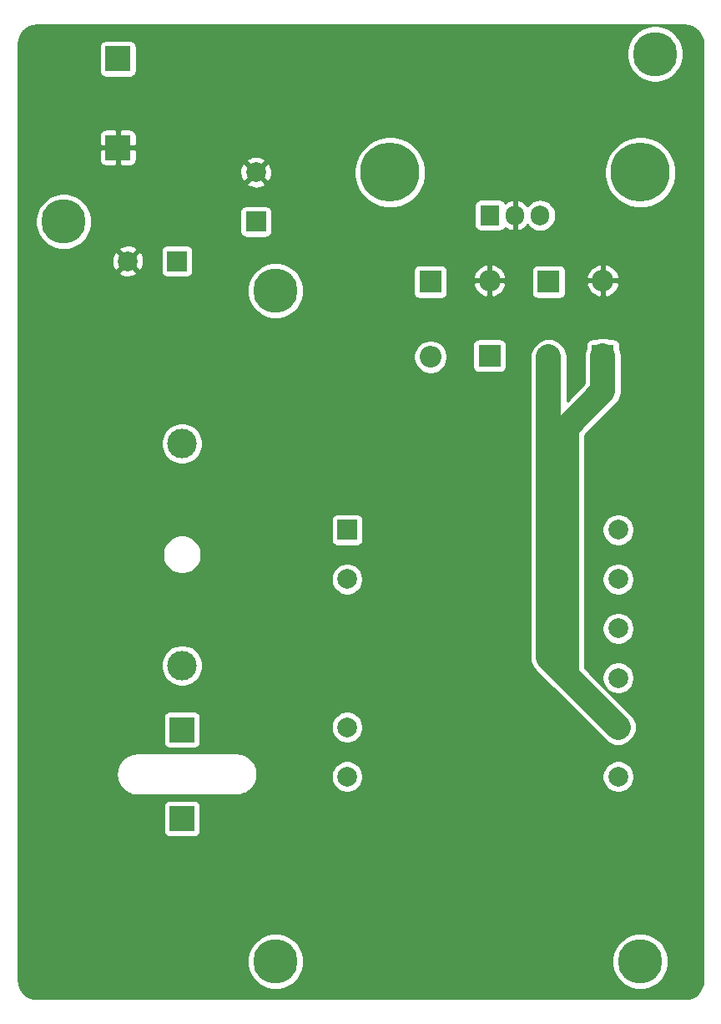
<source format=gbl>
G04 #@! TF.GenerationSoftware,KiCad,Pcbnew,(5.1.5)-3*
G04 #@! TF.CreationDate,2020-04-01T20:44:35+02:00*
G04 #@! TF.ProjectId,5vfrommains,35766672-6f6d-46d6-9169-6e732e6b6963,rev?*
G04 #@! TF.SameCoordinates,Original*
G04 #@! TF.FileFunction,Copper,L2,Bot*
G04 #@! TF.FilePolarity,Positive*
%FSLAX46Y46*%
G04 Gerber Fmt 4.6, Leading zero omitted, Abs format (unit mm)*
G04 Created by KiCad (PCBNEW (5.1.5)-3) date 2020-04-01 20:44:35*
%MOMM*%
%LPD*%
G04 APERTURE LIST*
%ADD10C,6.000000*%
%ADD11C,4.500000*%
%ADD12C,2.000000*%
%ADD13R,2.000000X2.000000*%
%ADD14O,1.905000X2.000000*%
%ADD15R,1.905000X2.000000*%
%ADD16R,2.500880X2.500880*%
%ADD17C,3.000000*%
%ADD18O,2.200000X2.200000*%
%ADD19R,2.200000X2.200000*%
%ADD20C,0.800000*%
%ADD21C,2.500000*%
%ADD22C,0.254000*%
G04 APERTURE END LIST*
D10*
X212100000Y-60000000D03*
X237500000Y-60000000D03*
D11*
X179000000Y-65000000D03*
X239000000Y-48000000D03*
D12*
X235250000Y-96250000D03*
X235250000Y-101250000D03*
X235250000Y-106250000D03*
X235250000Y-111250000D03*
X235250000Y-116250000D03*
X235250000Y-121250000D03*
X207750000Y-121250000D03*
X207750000Y-116250000D03*
X207750000Y-101250000D03*
D13*
X207750000Y-96250000D03*
D14*
X227330000Y-64350000D03*
X224790000Y-64350000D03*
D15*
X222250000Y-64350000D03*
D16*
X184500000Y-57500000D03*
X184500000Y-48500000D03*
X191000000Y-125500000D03*
X191000000Y-116500000D03*
D11*
X200500000Y-72000000D03*
X237500000Y-140000000D03*
X200500000Y-140000000D03*
D17*
X191000000Y-110000000D03*
X191000000Y-87500000D03*
D18*
X228200000Y-78720000D03*
D19*
X228200000Y-71100000D03*
D18*
X216200000Y-78720000D03*
D19*
X216200000Y-71100000D03*
D18*
X233700000Y-70980000D03*
D19*
X233700000Y-78600000D03*
D18*
X222200000Y-70980000D03*
D19*
X222200000Y-78600000D03*
D12*
X185500000Y-69000000D03*
D13*
X190500000Y-69000000D03*
D12*
X198500000Y-60000000D03*
D13*
X198500000Y-65000000D03*
D20*
X242500000Y-47500000D03*
X235000000Y-47500000D03*
X227500000Y-47500000D03*
X220000000Y-47500000D03*
X212500000Y-47500000D03*
X205000000Y-47500000D03*
X195000000Y-47500000D03*
X195000000Y-55000000D03*
X205000000Y-67500000D03*
X195000000Y-75000000D03*
X195000000Y-82500000D03*
X195000000Y-90000000D03*
X195000000Y-97500000D03*
X195000000Y-105000000D03*
X195000000Y-112500000D03*
X195000000Y-140000000D03*
X205000000Y-142500000D03*
X212500000Y-142500000D03*
X220000000Y-142500000D03*
X227500000Y-142500000D03*
X235000000Y-142500000D03*
X242500000Y-142500000D03*
X242500000Y-135000000D03*
X242500000Y-127500000D03*
X242500000Y-120000000D03*
X242500000Y-112500000D03*
X242500000Y-105000000D03*
X242500000Y-97500000D03*
X242500000Y-90000000D03*
X242500000Y-82500000D03*
X242500000Y-75000000D03*
X240000000Y-67500000D03*
X232500000Y-67500000D03*
X205000000Y-77500000D03*
X205000000Y-80000000D03*
X202500000Y-85000000D03*
X225000000Y-52500000D03*
X232500000Y-52500000D03*
X240000000Y-52500000D03*
X175000000Y-85000000D03*
X175000000Y-75000000D03*
X175000000Y-65000000D03*
X175000000Y-57500000D03*
X175000000Y-50000000D03*
X175000000Y-92500000D03*
X175000000Y-100000000D03*
X175000000Y-110000000D03*
X175000000Y-117500000D03*
X175000000Y-127500000D03*
X175000000Y-137500000D03*
X180000000Y-142500000D03*
X187500000Y-142500000D03*
X185000000Y-135000000D03*
X182500000Y-125000000D03*
X182500000Y-115000000D03*
X182500000Y-105000000D03*
X182500000Y-95000000D03*
X182500000Y-87500000D03*
X218000000Y-48000000D03*
X182000000Y-69000000D03*
X184000000Y-73000000D03*
X183000000Y-65000000D03*
X194500000Y-58500000D03*
X198500000Y-56500000D03*
X202500000Y-58500000D03*
X181000000Y-80000000D03*
X189500000Y-79500000D03*
D21*
X228200000Y-78720000D02*
X228200000Y-109200000D01*
X228200000Y-109200000D02*
X231250000Y-112250000D01*
X231250000Y-112250000D02*
X235250000Y-116250000D01*
X230000000Y-111000000D02*
X231250000Y-112250000D01*
X230000000Y-85900000D02*
X230000000Y-111000000D01*
X233700000Y-78600000D02*
X233700000Y-82200000D01*
X233700000Y-82200000D02*
X230000000Y-85900000D01*
D22*
G36*
X242356775Y-45148147D02*
G01*
X242699967Y-45251763D01*
X243016489Y-45420062D01*
X243294299Y-45646637D01*
X243522806Y-45922856D01*
X243693310Y-46238197D01*
X243799319Y-46580656D01*
X243840000Y-46967712D01*
X243840001Y-141867711D01*
X243801853Y-142256776D01*
X243698238Y-142599964D01*
X243529939Y-142916489D01*
X243303365Y-143194296D01*
X243027146Y-143422805D01*
X242711803Y-143593310D01*
X242369344Y-143699319D01*
X241982288Y-143740000D01*
X176282279Y-143740000D01*
X175893224Y-143701853D01*
X175550036Y-143598238D01*
X175233511Y-143429939D01*
X174955704Y-143203365D01*
X174727195Y-142927146D01*
X174556690Y-142611803D01*
X174450681Y-142269344D01*
X174410000Y-141882288D01*
X174410000Y-139715852D01*
X197615000Y-139715852D01*
X197615000Y-140284148D01*
X197725869Y-140841523D01*
X197943346Y-141366560D01*
X198259074Y-141839080D01*
X198660920Y-142240926D01*
X199133440Y-142556654D01*
X199658477Y-142774131D01*
X200215852Y-142885000D01*
X200784148Y-142885000D01*
X201341523Y-142774131D01*
X201866560Y-142556654D01*
X202339080Y-142240926D01*
X202740926Y-141839080D01*
X203056654Y-141366560D01*
X203274131Y-140841523D01*
X203385000Y-140284148D01*
X203385000Y-139715852D01*
X234615000Y-139715852D01*
X234615000Y-140284148D01*
X234725869Y-140841523D01*
X234943346Y-141366560D01*
X235259074Y-141839080D01*
X235660920Y-142240926D01*
X236133440Y-142556654D01*
X236658477Y-142774131D01*
X237215852Y-142885000D01*
X237784148Y-142885000D01*
X238341523Y-142774131D01*
X238866560Y-142556654D01*
X239339080Y-142240926D01*
X239740926Y-141839080D01*
X240056654Y-141366560D01*
X240274131Y-140841523D01*
X240385000Y-140284148D01*
X240385000Y-139715852D01*
X240274131Y-139158477D01*
X240056654Y-138633440D01*
X239740926Y-138160920D01*
X239339080Y-137759074D01*
X238866560Y-137443346D01*
X238341523Y-137225869D01*
X237784148Y-137115000D01*
X237215852Y-137115000D01*
X236658477Y-137225869D01*
X236133440Y-137443346D01*
X235660920Y-137759074D01*
X235259074Y-138160920D01*
X234943346Y-138633440D01*
X234725869Y-139158477D01*
X234615000Y-139715852D01*
X203385000Y-139715852D01*
X203274131Y-139158477D01*
X203056654Y-138633440D01*
X202740926Y-138160920D01*
X202339080Y-137759074D01*
X201866560Y-137443346D01*
X201341523Y-137225869D01*
X200784148Y-137115000D01*
X200215852Y-137115000D01*
X199658477Y-137225869D01*
X199133440Y-137443346D01*
X198660920Y-137759074D01*
X198259074Y-138160920D01*
X197943346Y-138633440D01*
X197725869Y-139158477D01*
X197615000Y-139715852D01*
X174410000Y-139715852D01*
X174410000Y-124249560D01*
X189111488Y-124249560D01*
X189111488Y-126750440D01*
X189123748Y-126874922D01*
X189160058Y-126994620D01*
X189219023Y-127104934D01*
X189298375Y-127201625D01*
X189395066Y-127280977D01*
X189505380Y-127339942D01*
X189625078Y-127376252D01*
X189749560Y-127388512D01*
X192250440Y-127388512D01*
X192374922Y-127376252D01*
X192494620Y-127339942D01*
X192604934Y-127280977D01*
X192701625Y-127201625D01*
X192780977Y-127104934D01*
X192839942Y-126994620D01*
X192876252Y-126874922D01*
X192888512Y-126750440D01*
X192888512Y-124249560D01*
X192876252Y-124125078D01*
X192839942Y-124005380D01*
X192780977Y-123895066D01*
X192701625Y-123798375D01*
X192604934Y-123719023D01*
X192494620Y-123660058D01*
X192374922Y-123623748D01*
X192250440Y-123611488D01*
X189749560Y-123611488D01*
X189625078Y-123623748D01*
X189505380Y-123660058D01*
X189395066Y-123719023D01*
X189298375Y-123798375D01*
X189219023Y-123895066D01*
X189160058Y-124005380D01*
X189123748Y-124125078D01*
X189111488Y-124249560D01*
X174410000Y-124249560D01*
X174410000Y-120950656D01*
X184342753Y-120950656D01*
X184343171Y-121010472D01*
X184342753Y-121070288D01*
X184343652Y-121079460D01*
X184374252Y-121370605D01*
X184386283Y-121429217D01*
X184397489Y-121487963D01*
X184400153Y-121496784D01*
X184486721Y-121776440D01*
X184509899Y-121831578D01*
X184532311Y-121887050D01*
X184536638Y-121895186D01*
X184675877Y-122152702D01*
X184709304Y-122202259D01*
X184742080Y-122252347D01*
X184747905Y-122259488D01*
X184934510Y-122485056D01*
X184976965Y-122527215D01*
X185018809Y-122569945D01*
X185025909Y-122575819D01*
X185252773Y-122760845D01*
X185302566Y-122793927D01*
X185351955Y-122827745D01*
X185360061Y-122832127D01*
X185618542Y-122969564D01*
X185673836Y-122992355D01*
X185728829Y-123015925D01*
X185737632Y-123018650D01*
X186017887Y-123103264D01*
X186076564Y-123114882D01*
X186135079Y-123127320D01*
X186144242Y-123128283D01*
X186144244Y-123128283D01*
X186435596Y-123156850D01*
X186435598Y-123156850D01*
X186467581Y-123160000D01*
X196532419Y-123160000D01*
X196565884Y-123156704D01*
X196585349Y-123156704D01*
X196594514Y-123155741D01*
X196885438Y-123123108D01*
X196943941Y-123110672D01*
X197002629Y-123099052D01*
X197011432Y-123096327D01*
X197290476Y-123007809D01*
X197345412Y-122984263D01*
X197400764Y-122961449D01*
X197408870Y-122957065D01*
X197665408Y-122816032D01*
X197714753Y-122782245D01*
X197764591Y-122749133D01*
X197771691Y-122743259D01*
X197995949Y-122555084D01*
X198037793Y-122512354D01*
X198080248Y-122470195D01*
X198086072Y-122463053D01*
X198269509Y-122234903D01*
X198302251Y-122184869D01*
X198335714Y-122135258D01*
X198340040Y-122127122D01*
X198475670Y-121867687D01*
X198498082Y-121812215D01*
X198521260Y-121757077D01*
X198523923Y-121748255D01*
X198606578Y-121467417D01*
X198617785Y-121408669D01*
X198629816Y-121350059D01*
X198630715Y-121340888D01*
X198653641Y-121088967D01*
X206115000Y-121088967D01*
X206115000Y-121411033D01*
X206177832Y-121726912D01*
X206301082Y-122024463D01*
X206480013Y-122292252D01*
X206707748Y-122519987D01*
X206975537Y-122698918D01*
X207273088Y-122822168D01*
X207588967Y-122885000D01*
X207911033Y-122885000D01*
X208226912Y-122822168D01*
X208524463Y-122698918D01*
X208792252Y-122519987D01*
X209019987Y-122292252D01*
X209198918Y-122024463D01*
X209322168Y-121726912D01*
X209385000Y-121411033D01*
X209385000Y-121088967D01*
X233615000Y-121088967D01*
X233615000Y-121411033D01*
X233677832Y-121726912D01*
X233801082Y-122024463D01*
X233980013Y-122292252D01*
X234207748Y-122519987D01*
X234475537Y-122698918D01*
X234773088Y-122822168D01*
X235088967Y-122885000D01*
X235411033Y-122885000D01*
X235726912Y-122822168D01*
X236024463Y-122698918D01*
X236292252Y-122519987D01*
X236519987Y-122292252D01*
X236698918Y-122024463D01*
X236822168Y-121726912D01*
X236885000Y-121411033D01*
X236885000Y-121088967D01*
X236822168Y-120773088D01*
X236698918Y-120475537D01*
X236519987Y-120207748D01*
X236292252Y-119980013D01*
X236024463Y-119801082D01*
X235726912Y-119677832D01*
X235411033Y-119615000D01*
X235088967Y-119615000D01*
X234773088Y-119677832D01*
X234475537Y-119801082D01*
X234207748Y-119980013D01*
X233980013Y-120207748D01*
X233801082Y-120475537D01*
X233677832Y-120773088D01*
X233615000Y-121088967D01*
X209385000Y-121088967D01*
X209322168Y-120773088D01*
X209198918Y-120475537D01*
X209019987Y-120207748D01*
X208792252Y-119980013D01*
X208524463Y-119801082D01*
X208226912Y-119677832D01*
X207911033Y-119615000D01*
X207588967Y-119615000D01*
X207273088Y-119677832D01*
X206975537Y-119801082D01*
X206707748Y-119980013D01*
X206480013Y-120207748D01*
X206301082Y-120475537D01*
X206177832Y-120773088D01*
X206115000Y-121088967D01*
X198653641Y-121088967D01*
X198657247Y-121049344D01*
X198656829Y-120989528D01*
X198657247Y-120929712D01*
X198656348Y-120920541D01*
X198625748Y-120629395D01*
X198613710Y-120570753D01*
X198602510Y-120512037D01*
X198599847Y-120503216D01*
X198513279Y-120223560D01*
X198490101Y-120168422D01*
X198467689Y-120112950D01*
X198463362Y-120104814D01*
X198324123Y-119847298D01*
X198290701Y-119797749D01*
X198257920Y-119747653D01*
X198252095Y-119740512D01*
X198065490Y-119514945D01*
X198023054Y-119472804D01*
X197981191Y-119430055D01*
X197974091Y-119424181D01*
X197747227Y-119239155D01*
X197697408Y-119206055D01*
X197648045Y-119172256D01*
X197639939Y-119167873D01*
X197381458Y-119030436D01*
X197326164Y-119007645D01*
X197271171Y-118984075D01*
X197262368Y-118981350D01*
X196982114Y-118896736D01*
X196923429Y-118885116D01*
X196864921Y-118872680D01*
X196855758Y-118871717D01*
X196855756Y-118871717D01*
X196564404Y-118843150D01*
X196564402Y-118843150D01*
X196532419Y-118840000D01*
X186467581Y-118840000D01*
X186434116Y-118843296D01*
X186414651Y-118843296D01*
X186405486Y-118844259D01*
X186114561Y-118876892D01*
X186056044Y-118889331D01*
X185997371Y-118900948D01*
X185988568Y-118903673D01*
X185709523Y-118992191D01*
X185654588Y-119015737D01*
X185599235Y-119038551D01*
X185591129Y-119042935D01*
X185334592Y-119183968D01*
X185285247Y-119217755D01*
X185235409Y-119250867D01*
X185228309Y-119256741D01*
X185004051Y-119444916D01*
X184962207Y-119487646D01*
X184919751Y-119529806D01*
X184913927Y-119536947D01*
X184730491Y-119765097D01*
X184697744Y-119815139D01*
X184664286Y-119864742D01*
X184659960Y-119872879D01*
X184524330Y-120132313D01*
X184501918Y-120187785D01*
X184478740Y-120242923D01*
X184476077Y-120251745D01*
X184393422Y-120532583D01*
X184382224Y-120591284D01*
X184370184Y-120649940D01*
X184369285Y-120659112D01*
X184342753Y-120950656D01*
X174410000Y-120950656D01*
X174410000Y-115249560D01*
X189111488Y-115249560D01*
X189111488Y-117750440D01*
X189123748Y-117874922D01*
X189160058Y-117994620D01*
X189219023Y-118104934D01*
X189298375Y-118201625D01*
X189395066Y-118280977D01*
X189505380Y-118339942D01*
X189625078Y-118376252D01*
X189749560Y-118388512D01*
X192250440Y-118388512D01*
X192374922Y-118376252D01*
X192494620Y-118339942D01*
X192604934Y-118280977D01*
X192701625Y-118201625D01*
X192780977Y-118104934D01*
X192839942Y-117994620D01*
X192876252Y-117874922D01*
X192888512Y-117750440D01*
X192888512Y-116088967D01*
X206115000Y-116088967D01*
X206115000Y-116411033D01*
X206177832Y-116726912D01*
X206301082Y-117024463D01*
X206480013Y-117292252D01*
X206707748Y-117519987D01*
X206975537Y-117698918D01*
X207273088Y-117822168D01*
X207588967Y-117885000D01*
X207911033Y-117885000D01*
X208226912Y-117822168D01*
X208524463Y-117698918D01*
X208792252Y-117519987D01*
X209019987Y-117292252D01*
X209198918Y-117024463D01*
X209322168Y-116726912D01*
X209385000Y-116411033D01*
X209385000Y-116088967D01*
X209322168Y-115773088D01*
X209198918Y-115475537D01*
X209019987Y-115207748D01*
X208792252Y-114980013D01*
X208524463Y-114801082D01*
X208226912Y-114677832D01*
X207911033Y-114615000D01*
X207588967Y-114615000D01*
X207273088Y-114677832D01*
X206975537Y-114801082D01*
X206707748Y-114980013D01*
X206480013Y-115207748D01*
X206301082Y-115475537D01*
X206177832Y-115773088D01*
X206115000Y-116088967D01*
X192888512Y-116088967D01*
X192888512Y-115249560D01*
X192876252Y-115125078D01*
X192839942Y-115005380D01*
X192780977Y-114895066D01*
X192701625Y-114798375D01*
X192604934Y-114719023D01*
X192494620Y-114660058D01*
X192374922Y-114623748D01*
X192250440Y-114611488D01*
X189749560Y-114611488D01*
X189625078Y-114623748D01*
X189505380Y-114660058D01*
X189395066Y-114719023D01*
X189298375Y-114798375D01*
X189219023Y-114895066D01*
X189160058Y-115005380D01*
X189123748Y-115125078D01*
X189111488Y-115249560D01*
X174410000Y-115249560D01*
X174410000Y-109789721D01*
X188865000Y-109789721D01*
X188865000Y-110210279D01*
X188947047Y-110622756D01*
X189107988Y-111011302D01*
X189341637Y-111360983D01*
X189639017Y-111658363D01*
X189988698Y-111892012D01*
X190377244Y-112052953D01*
X190789721Y-112135000D01*
X191210279Y-112135000D01*
X191622756Y-112052953D01*
X192011302Y-111892012D01*
X192360983Y-111658363D01*
X192658363Y-111360983D01*
X192892012Y-111011302D01*
X193052953Y-110622756D01*
X193135000Y-110210279D01*
X193135000Y-109789721D01*
X193052953Y-109377244D01*
X192979537Y-109200000D01*
X226305881Y-109200000D01*
X226342275Y-109569524D01*
X226450062Y-109924848D01*
X226625098Y-110252317D01*
X226801628Y-110467420D01*
X226801631Y-110467423D01*
X226860656Y-110539345D01*
X226932578Y-110598370D01*
X228601631Y-112267423D01*
X228660656Y-112339345D01*
X228732578Y-112398370D01*
X229851628Y-113517420D01*
X233982579Y-117648372D01*
X234197682Y-117824902D01*
X234525151Y-117999938D01*
X234880475Y-118107724D01*
X235249999Y-118144119D01*
X235619523Y-118107724D01*
X235974848Y-117999938D01*
X236302316Y-117824902D01*
X236589344Y-117589344D01*
X236824902Y-117302316D01*
X236999938Y-116974848D01*
X237107724Y-116619523D01*
X237144119Y-116249999D01*
X237107724Y-115880475D01*
X236999938Y-115525151D01*
X236824902Y-115197682D01*
X236648372Y-114982579D01*
X232754760Y-111088967D01*
X233615000Y-111088967D01*
X233615000Y-111411033D01*
X233677832Y-111726912D01*
X233801082Y-112024463D01*
X233980013Y-112292252D01*
X234207748Y-112519987D01*
X234475537Y-112698918D01*
X234773088Y-112822168D01*
X235088967Y-112885000D01*
X235411033Y-112885000D01*
X235726912Y-112822168D01*
X236024463Y-112698918D01*
X236292252Y-112519987D01*
X236519987Y-112292252D01*
X236698918Y-112024463D01*
X236822168Y-111726912D01*
X236885000Y-111411033D01*
X236885000Y-111088967D01*
X236822168Y-110773088D01*
X236698918Y-110475537D01*
X236519987Y-110207748D01*
X236292252Y-109980013D01*
X236024463Y-109801082D01*
X235726912Y-109677832D01*
X235411033Y-109615000D01*
X235088967Y-109615000D01*
X234773088Y-109677832D01*
X234475537Y-109801082D01*
X234207748Y-109980013D01*
X233980013Y-110207748D01*
X233801082Y-110475537D01*
X233677832Y-110773088D01*
X233615000Y-111088967D01*
X232754760Y-111088967D01*
X232517420Y-110851628D01*
X231885000Y-110219208D01*
X231885000Y-106088967D01*
X233615000Y-106088967D01*
X233615000Y-106411033D01*
X233677832Y-106726912D01*
X233801082Y-107024463D01*
X233980013Y-107292252D01*
X234207748Y-107519987D01*
X234475537Y-107698918D01*
X234773088Y-107822168D01*
X235088967Y-107885000D01*
X235411033Y-107885000D01*
X235726912Y-107822168D01*
X236024463Y-107698918D01*
X236292252Y-107519987D01*
X236519987Y-107292252D01*
X236698918Y-107024463D01*
X236822168Y-106726912D01*
X236885000Y-106411033D01*
X236885000Y-106088967D01*
X236822168Y-105773088D01*
X236698918Y-105475537D01*
X236519987Y-105207748D01*
X236292252Y-104980013D01*
X236024463Y-104801082D01*
X235726912Y-104677832D01*
X235411033Y-104615000D01*
X235088967Y-104615000D01*
X234773088Y-104677832D01*
X234475537Y-104801082D01*
X234207748Y-104980013D01*
X233980013Y-105207748D01*
X233801082Y-105475537D01*
X233677832Y-105773088D01*
X233615000Y-106088967D01*
X231885000Y-106088967D01*
X231885000Y-101088967D01*
X233615000Y-101088967D01*
X233615000Y-101411033D01*
X233677832Y-101726912D01*
X233801082Y-102024463D01*
X233980013Y-102292252D01*
X234207748Y-102519987D01*
X234475537Y-102698918D01*
X234773088Y-102822168D01*
X235088967Y-102885000D01*
X235411033Y-102885000D01*
X235726912Y-102822168D01*
X236024463Y-102698918D01*
X236292252Y-102519987D01*
X236519987Y-102292252D01*
X236698918Y-102024463D01*
X236822168Y-101726912D01*
X236885000Y-101411033D01*
X236885000Y-101088967D01*
X236822168Y-100773088D01*
X236698918Y-100475537D01*
X236519987Y-100207748D01*
X236292252Y-99980013D01*
X236024463Y-99801082D01*
X235726912Y-99677832D01*
X235411033Y-99615000D01*
X235088967Y-99615000D01*
X234773088Y-99677832D01*
X234475537Y-99801082D01*
X234207748Y-99980013D01*
X233980013Y-100207748D01*
X233801082Y-100475537D01*
X233677832Y-100773088D01*
X233615000Y-101088967D01*
X231885000Y-101088967D01*
X231885000Y-96088967D01*
X233615000Y-96088967D01*
X233615000Y-96411033D01*
X233677832Y-96726912D01*
X233801082Y-97024463D01*
X233980013Y-97292252D01*
X234207748Y-97519987D01*
X234475537Y-97698918D01*
X234773088Y-97822168D01*
X235088967Y-97885000D01*
X235411033Y-97885000D01*
X235726912Y-97822168D01*
X236024463Y-97698918D01*
X236292252Y-97519987D01*
X236519987Y-97292252D01*
X236698918Y-97024463D01*
X236822168Y-96726912D01*
X236885000Y-96411033D01*
X236885000Y-96088967D01*
X236822168Y-95773088D01*
X236698918Y-95475537D01*
X236519987Y-95207748D01*
X236292252Y-94980013D01*
X236024463Y-94801082D01*
X235726912Y-94677832D01*
X235411033Y-94615000D01*
X235088967Y-94615000D01*
X234773088Y-94677832D01*
X234475537Y-94801082D01*
X234207748Y-94980013D01*
X233980013Y-95207748D01*
X233801082Y-95475537D01*
X233677832Y-95773088D01*
X233615000Y-96088967D01*
X231885000Y-96088967D01*
X231885000Y-86680792D01*
X234967423Y-83598370D01*
X235039345Y-83539345D01*
X235274903Y-83252317D01*
X235449939Y-82924848D01*
X235557725Y-82569524D01*
X235585000Y-82292597D01*
X235585000Y-82292588D01*
X235594119Y-82200001D01*
X235585000Y-82107414D01*
X235585000Y-78507403D01*
X235557725Y-78230476D01*
X235449939Y-77875152D01*
X235438072Y-77852950D01*
X235438072Y-77500000D01*
X235425812Y-77375518D01*
X235389502Y-77255820D01*
X235330537Y-77145506D01*
X235251185Y-77048815D01*
X235154494Y-76969463D01*
X235044180Y-76910498D01*
X234924482Y-76874188D01*
X234800000Y-76861928D01*
X234447049Y-76861928D01*
X234424847Y-76850061D01*
X234069523Y-76742275D01*
X233700000Y-76705880D01*
X233330476Y-76742275D01*
X232975152Y-76850061D01*
X232952950Y-76861928D01*
X232600000Y-76861928D01*
X232475518Y-76874188D01*
X232355820Y-76910498D01*
X232245506Y-76969463D01*
X232148815Y-77048815D01*
X232069463Y-77145506D01*
X232010498Y-77255820D01*
X231974188Y-77375518D01*
X231961928Y-77500000D01*
X231961928Y-77852951D01*
X231950061Y-77875153D01*
X231842275Y-78230477D01*
X231815000Y-78507404D01*
X231815001Y-81419206D01*
X230085000Y-83149208D01*
X230085000Y-78627403D01*
X230057725Y-78350476D01*
X229949939Y-77995152D01*
X229774903Y-77667683D01*
X229539345Y-77380655D01*
X229252317Y-77145097D01*
X228924847Y-76970061D01*
X228569523Y-76862275D01*
X228200000Y-76825880D01*
X227830476Y-76862275D01*
X227475152Y-76970061D01*
X227147683Y-77145097D01*
X226860655Y-77380655D01*
X226625097Y-77667683D01*
X226450061Y-77995153D01*
X226342275Y-78350477D01*
X226315000Y-78627404D01*
X226315001Y-109107401D01*
X226305881Y-109200000D01*
X192979537Y-109200000D01*
X192892012Y-108988698D01*
X192658363Y-108639017D01*
X192360983Y-108341637D01*
X192011302Y-108107988D01*
X191622756Y-107947047D01*
X191210279Y-107865000D01*
X190789721Y-107865000D01*
X190377244Y-107947047D01*
X189988698Y-108107988D01*
X189639017Y-108341637D01*
X189341637Y-108639017D01*
X189107988Y-108988698D01*
X188947047Y-109377244D01*
X188865000Y-109789721D01*
X174410000Y-109789721D01*
X174410000Y-101088967D01*
X206115000Y-101088967D01*
X206115000Y-101411033D01*
X206177832Y-101726912D01*
X206301082Y-102024463D01*
X206480013Y-102292252D01*
X206707748Y-102519987D01*
X206975537Y-102698918D01*
X207273088Y-102822168D01*
X207588967Y-102885000D01*
X207911033Y-102885000D01*
X208226912Y-102822168D01*
X208524463Y-102698918D01*
X208792252Y-102519987D01*
X209019987Y-102292252D01*
X209198918Y-102024463D01*
X209322168Y-101726912D01*
X209385000Y-101411033D01*
X209385000Y-101088967D01*
X209322168Y-100773088D01*
X209198918Y-100475537D01*
X209019987Y-100207748D01*
X208792252Y-99980013D01*
X208524463Y-99801082D01*
X208226912Y-99677832D01*
X207911033Y-99615000D01*
X207588967Y-99615000D01*
X207273088Y-99677832D01*
X206975537Y-99801082D01*
X206707748Y-99980013D01*
X206480013Y-100207748D01*
X206301082Y-100475537D01*
X206177832Y-100773088D01*
X206115000Y-101088967D01*
X174410000Y-101088967D01*
X174410000Y-98554495D01*
X189015000Y-98554495D01*
X189015000Y-98945505D01*
X189091282Y-99329003D01*
X189240915Y-99690250D01*
X189458149Y-100015364D01*
X189734636Y-100291851D01*
X190059750Y-100509085D01*
X190420997Y-100658718D01*
X190804495Y-100735000D01*
X191195505Y-100735000D01*
X191579003Y-100658718D01*
X191940250Y-100509085D01*
X192265364Y-100291851D01*
X192541851Y-100015364D01*
X192759085Y-99690250D01*
X192908718Y-99329003D01*
X192985000Y-98945505D01*
X192985000Y-98554495D01*
X192908718Y-98170997D01*
X192759085Y-97809750D01*
X192541851Y-97484636D01*
X192265364Y-97208149D01*
X191940250Y-96990915D01*
X191579003Y-96841282D01*
X191195505Y-96765000D01*
X190804495Y-96765000D01*
X190420997Y-96841282D01*
X190059750Y-96990915D01*
X189734636Y-97208149D01*
X189458149Y-97484636D01*
X189240915Y-97809750D01*
X189091282Y-98170997D01*
X189015000Y-98554495D01*
X174410000Y-98554495D01*
X174410000Y-95250000D01*
X206111928Y-95250000D01*
X206111928Y-97250000D01*
X206124188Y-97374482D01*
X206160498Y-97494180D01*
X206219463Y-97604494D01*
X206298815Y-97701185D01*
X206395506Y-97780537D01*
X206505820Y-97839502D01*
X206625518Y-97875812D01*
X206750000Y-97888072D01*
X208750000Y-97888072D01*
X208874482Y-97875812D01*
X208994180Y-97839502D01*
X209104494Y-97780537D01*
X209201185Y-97701185D01*
X209280537Y-97604494D01*
X209339502Y-97494180D01*
X209375812Y-97374482D01*
X209388072Y-97250000D01*
X209388072Y-95250000D01*
X209375812Y-95125518D01*
X209339502Y-95005820D01*
X209280537Y-94895506D01*
X209201185Y-94798815D01*
X209104494Y-94719463D01*
X208994180Y-94660498D01*
X208874482Y-94624188D01*
X208750000Y-94611928D01*
X206750000Y-94611928D01*
X206625518Y-94624188D01*
X206505820Y-94660498D01*
X206395506Y-94719463D01*
X206298815Y-94798815D01*
X206219463Y-94895506D01*
X206160498Y-95005820D01*
X206124188Y-95125518D01*
X206111928Y-95250000D01*
X174410000Y-95250000D01*
X174410000Y-87289721D01*
X188865000Y-87289721D01*
X188865000Y-87710279D01*
X188947047Y-88122756D01*
X189107988Y-88511302D01*
X189341637Y-88860983D01*
X189639017Y-89158363D01*
X189988698Y-89392012D01*
X190377244Y-89552953D01*
X190789721Y-89635000D01*
X191210279Y-89635000D01*
X191622756Y-89552953D01*
X192011302Y-89392012D01*
X192360983Y-89158363D01*
X192658363Y-88860983D01*
X192892012Y-88511302D01*
X193052953Y-88122756D01*
X193135000Y-87710279D01*
X193135000Y-87289721D01*
X193052953Y-86877244D01*
X192892012Y-86488698D01*
X192658363Y-86139017D01*
X192360983Y-85841637D01*
X192011302Y-85607988D01*
X191622756Y-85447047D01*
X191210279Y-85365000D01*
X190789721Y-85365000D01*
X190377244Y-85447047D01*
X189988698Y-85607988D01*
X189639017Y-85841637D01*
X189341637Y-86139017D01*
X189107988Y-86488698D01*
X188947047Y-86877244D01*
X188865000Y-87289721D01*
X174410000Y-87289721D01*
X174410000Y-78549117D01*
X214465000Y-78549117D01*
X214465000Y-78890883D01*
X214531675Y-79226081D01*
X214662463Y-79541831D01*
X214852337Y-79825998D01*
X215094002Y-80067663D01*
X215378169Y-80257537D01*
X215693919Y-80388325D01*
X216029117Y-80455000D01*
X216370883Y-80455000D01*
X216706081Y-80388325D01*
X217021831Y-80257537D01*
X217305998Y-80067663D01*
X217547663Y-79825998D01*
X217737537Y-79541831D01*
X217868325Y-79226081D01*
X217935000Y-78890883D01*
X217935000Y-78549117D01*
X217868325Y-78213919D01*
X217737537Y-77898169D01*
X217547663Y-77614002D01*
X217433661Y-77500000D01*
X220461928Y-77500000D01*
X220461928Y-79700000D01*
X220474188Y-79824482D01*
X220510498Y-79944180D01*
X220569463Y-80054494D01*
X220648815Y-80151185D01*
X220745506Y-80230537D01*
X220855820Y-80289502D01*
X220975518Y-80325812D01*
X221100000Y-80338072D01*
X223300000Y-80338072D01*
X223424482Y-80325812D01*
X223544180Y-80289502D01*
X223654494Y-80230537D01*
X223751185Y-80151185D01*
X223830537Y-80054494D01*
X223889502Y-79944180D01*
X223925812Y-79824482D01*
X223938072Y-79700000D01*
X223938072Y-77500000D01*
X223925812Y-77375518D01*
X223889502Y-77255820D01*
X223830537Y-77145506D01*
X223751185Y-77048815D01*
X223654494Y-76969463D01*
X223544180Y-76910498D01*
X223424482Y-76874188D01*
X223300000Y-76861928D01*
X221100000Y-76861928D01*
X220975518Y-76874188D01*
X220855820Y-76910498D01*
X220745506Y-76969463D01*
X220648815Y-77048815D01*
X220569463Y-77145506D01*
X220510498Y-77255820D01*
X220474188Y-77375518D01*
X220461928Y-77500000D01*
X217433661Y-77500000D01*
X217305998Y-77372337D01*
X217021831Y-77182463D01*
X216706081Y-77051675D01*
X216370883Y-76985000D01*
X216029117Y-76985000D01*
X215693919Y-77051675D01*
X215378169Y-77182463D01*
X215094002Y-77372337D01*
X214852337Y-77614002D01*
X214662463Y-77898169D01*
X214531675Y-78213919D01*
X214465000Y-78549117D01*
X174410000Y-78549117D01*
X174410000Y-71715852D01*
X197615000Y-71715852D01*
X197615000Y-72284148D01*
X197725869Y-72841523D01*
X197943346Y-73366560D01*
X198259074Y-73839080D01*
X198660920Y-74240926D01*
X199133440Y-74556654D01*
X199658477Y-74774131D01*
X200215852Y-74885000D01*
X200784148Y-74885000D01*
X201341523Y-74774131D01*
X201866560Y-74556654D01*
X202339080Y-74240926D01*
X202740926Y-73839080D01*
X203056654Y-73366560D01*
X203274131Y-72841523D01*
X203385000Y-72284148D01*
X203385000Y-71715852D01*
X203274131Y-71158477D01*
X203056654Y-70633440D01*
X202740926Y-70160920D01*
X202580006Y-70000000D01*
X214461928Y-70000000D01*
X214461928Y-72200000D01*
X214474188Y-72324482D01*
X214510498Y-72444180D01*
X214569463Y-72554494D01*
X214648815Y-72651185D01*
X214745506Y-72730537D01*
X214855820Y-72789502D01*
X214975518Y-72825812D01*
X215100000Y-72838072D01*
X217300000Y-72838072D01*
X217424482Y-72825812D01*
X217544180Y-72789502D01*
X217654494Y-72730537D01*
X217751185Y-72651185D01*
X217830537Y-72554494D01*
X217889502Y-72444180D01*
X217925812Y-72324482D01*
X217938072Y-72200000D01*
X217938072Y-71376123D01*
X220510821Y-71376123D01*
X220620558Y-71698054D01*
X220790992Y-71992391D01*
X221015573Y-72247822D01*
X221285671Y-72454531D01*
X221590906Y-72604575D01*
X221803878Y-72669175D01*
X222073000Y-72551125D01*
X222073000Y-71107000D01*
X222327000Y-71107000D01*
X222327000Y-72551125D01*
X222596122Y-72669175D01*
X222809094Y-72604575D01*
X223114329Y-72454531D01*
X223384427Y-72247822D01*
X223609008Y-71992391D01*
X223779442Y-71698054D01*
X223889179Y-71376123D01*
X223771600Y-71107000D01*
X222327000Y-71107000D01*
X222073000Y-71107000D01*
X220628400Y-71107000D01*
X220510821Y-71376123D01*
X217938072Y-71376123D01*
X217938072Y-70583877D01*
X220510821Y-70583877D01*
X220628400Y-70853000D01*
X222073000Y-70853000D01*
X222073000Y-69408875D01*
X222327000Y-69408875D01*
X222327000Y-70853000D01*
X223771600Y-70853000D01*
X223889179Y-70583877D01*
X223779442Y-70261946D01*
X223627764Y-70000000D01*
X226461928Y-70000000D01*
X226461928Y-72200000D01*
X226474188Y-72324482D01*
X226510498Y-72444180D01*
X226569463Y-72554494D01*
X226648815Y-72651185D01*
X226745506Y-72730537D01*
X226855820Y-72789502D01*
X226975518Y-72825812D01*
X227100000Y-72838072D01*
X229300000Y-72838072D01*
X229424482Y-72825812D01*
X229544180Y-72789502D01*
X229654494Y-72730537D01*
X229751185Y-72651185D01*
X229830537Y-72554494D01*
X229889502Y-72444180D01*
X229925812Y-72324482D01*
X229938072Y-72200000D01*
X229938072Y-71376123D01*
X232010821Y-71376123D01*
X232120558Y-71698054D01*
X232290992Y-71992391D01*
X232515573Y-72247822D01*
X232785671Y-72454531D01*
X233090906Y-72604575D01*
X233303878Y-72669175D01*
X233573000Y-72551125D01*
X233573000Y-71107000D01*
X233827000Y-71107000D01*
X233827000Y-72551125D01*
X234096122Y-72669175D01*
X234309094Y-72604575D01*
X234614329Y-72454531D01*
X234884427Y-72247822D01*
X235109008Y-71992391D01*
X235279442Y-71698054D01*
X235389179Y-71376123D01*
X235271600Y-71107000D01*
X233827000Y-71107000D01*
X233573000Y-71107000D01*
X232128400Y-71107000D01*
X232010821Y-71376123D01*
X229938072Y-71376123D01*
X229938072Y-70583877D01*
X232010821Y-70583877D01*
X232128400Y-70853000D01*
X233573000Y-70853000D01*
X233573000Y-69408875D01*
X233827000Y-69408875D01*
X233827000Y-70853000D01*
X235271600Y-70853000D01*
X235389179Y-70583877D01*
X235279442Y-70261946D01*
X235109008Y-69967609D01*
X234884427Y-69712178D01*
X234614329Y-69505469D01*
X234309094Y-69355425D01*
X234096122Y-69290825D01*
X233827000Y-69408875D01*
X233573000Y-69408875D01*
X233303878Y-69290825D01*
X233090906Y-69355425D01*
X232785671Y-69505469D01*
X232515573Y-69712178D01*
X232290992Y-69967609D01*
X232120558Y-70261946D01*
X232010821Y-70583877D01*
X229938072Y-70583877D01*
X229938072Y-70000000D01*
X229925812Y-69875518D01*
X229889502Y-69755820D01*
X229830537Y-69645506D01*
X229751185Y-69548815D01*
X229654494Y-69469463D01*
X229544180Y-69410498D01*
X229424482Y-69374188D01*
X229300000Y-69361928D01*
X227100000Y-69361928D01*
X226975518Y-69374188D01*
X226855820Y-69410498D01*
X226745506Y-69469463D01*
X226648815Y-69548815D01*
X226569463Y-69645506D01*
X226510498Y-69755820D01*
X226474188Y-69875518D01*
X226461928Y-70000000D01*
X223627764Y-70000000D01*
X223609008Y-69967609D01*
X223384427Y-69712178D01*
X223114329Y-69505469D01*
X222809094Y-69355425D01*
X222596122Y-69290825D01*
X222327000Y-69408875D01*
X222073000Y-69408875D01*
X221803878Y-69290825D01*
X221590906Y-69355425D01*
X221285671Y-69505469D01*
X221015573Y-69712178D01*
X220790992Y-69967609D01*
X220620558Y-70261946D01*
X220510821Y-70583877D01*
X217938072Y-70583877D01*
X217938072Y-70000000D01*
X217925812Y-69875518D01*
X217889502Y-69755820D01*
X217830537Y-69645506D01*
X217751185Y-69548815D01*
X217654494Y-69469463D01*
X217544180Y-69410498D01*
X217424482Y-69374188D01*
X217300000Y-69361928D01*
X215100000Y-69361928D01*
X214975518Y-69374188D01*
X214855820Y-69410498D01*
X214745506Y-69469463D01*
X214648815Y-69548815D01*
X214569463Y-69645506D01*
X214510498Y-69755820D01*
X214474188Y-69875518D01*
X214461928Y-70000000D01*
X202580006Y-70000000D01*
X202339080Y-69759074D01*
X201866560Y-69443346D01*
X201341523Y-69225869D01*
X200784148Y-69115000D01*
X200215852Y-69115000D01*
X199658477Y-69225869D01*
X199133440Y-69443346D01*
X198660920Y-69759074D01*
X198259074Y-70160920D01*
X197943346Y-70633440D01*
X197725869Y-71158477D01*
X197615000Y-71715852D01*
X174410000Y-71715852D01*
X174410000Y-70135413D01*
X184544192Y-70135413D01*
X184639956Y-70399814D01*
X184929571Y-70540704D01*
X185241108Y-70622384D01*
X185562595Y-70641718D01*
X185881675Y-70597961D01*
X186186088Y-70492795D01*
X186360044Y-70399814D01*
X186455808Y-70135413D01*
X185500000Y-69179605D01*
X184544192Y-70135413D01*
X174410000Y-70135413D01*
X174410000Y-69062595D01*
X183858282Y-69062595D01*
X183902039Y-69381675D01*
X184007205Y-69686088D01*
X184100186Y-69860044D01*
X184364587Y-69955808D01*
X185320395Y-69000000D01*
X185679605Y-69000000D01*
X186635413Y-69955808D01*
X186899814Y-69860044D01*
X187040704Y-69570429D01*
X187122384Y-69258892D01*
X187141718Y-68937405D01*
X187097961Y-68618325D01*
X186992795Y-68313912D01*
X186899814Y-68139956D01*
X186635413Y-68044192D01*
X185679605Y-69000000D01*
X185320395Y-69000000D01*
X184364587Y-68044192D01*
X184100186Y-68139956D01*
X183959296Y-68429571D01*
X183877616Y-68741108D01*
X183858282Y-69062595D01*
X174410000Y-69062595D01*
X174410000Y-64715852D01*
X176115000Y-64715852D01*
X176115000Y-65284148D01*
X176225869Y-65841523D01*
X176443346Y-66366560D01*
X176759074Y-66839080D01*
X177160920Y-67240926D01*
X177633440Y-67556654D01*
X178158477Y-67774131D01*
X178715852Y-67885000D01*
X179284148Y-67885000D01*
X179386770Y-67864587D01*
X184544192Y-67864587D01*
X185500000Y-68820395D01*
X186320395Y-68000000D01*
X188861928Y-68000000D01*
X188861928Y-70000000D01*
X188874188Y-70124482D01*
X188910498Y-70244180D01*
X188969463Y-70354494D01*
X189048815Y-70451185D01*
X189145506Y-70530537D01*
X189255820Y-70589502D01*
X189375518Y-70625812D01*
X189500000Y-70638072D01*
X191500000Y-70638072D01*
X191624482Y-70625812D01*
X191744180Y-70589502D01*
X191854494Y-70530537D01*
X191951185Y-70451185D01*
X192030537Y-70354494D01*
X192089502Y-70244180D01*
X192125812Y-70124482D01*
X192138072Y-70000000D01*
X192138072Y-68000000D01*
X192125812Y-67875518D01*
X192089502Y-67755820D01*
X192030537Y-67645506D01*
X191951185Y-67548815D01*
X191854494Y-67469463D01*
X191744180Y-67410498D01*
X191624482Y-67374188D01*
X191500000Y-67361928D01*
X189500000Y-67361928D01*
X189375518Y-67374188D01*
X189255820Y-67410498D01*
X189145506Y-67469463D01*
X189048815Y-67548815D01*
X188969463Y-67645506D01*
X188910498Y-67755820D01*
X188874188Y-67875518D01*
X188861928Y-68000000D01*
X186320395Y-68000000D01*
X186455808Y-67864587D01*
X186360044Y-67600186D01*
X186070429Y-67459296D01*
X185758892Y-67377616D01*
X185437405Y-67358282D01*
X185118325Y-67402039D01*
X184813912Y-67507205D01*
X184639956Y-67600186D01*
X184544192Y-67864587D01*
X179386770Y-67864587D01*
X179841523Y-67774131D01*
X180366560Y-67556654D01*
X180839080Y-67240926D01*
X181240926Y-66839080D01*
X181556654Y-66366560D01*
X181774131Y-65841523D01*
X181885000Y-65284148D01*
X181885000Y-64715852D01*
X181774131Y-64158477D01*
X181708488Y-64000000D01*
X196861928Y-64000000D01*
X196861928Y-66000000D01*
X196874188Y-66124482D01*
X196910498Y-66244180D01*
X196969463Y-66354494D01*
X197048815Y-66451185D01*
X197145506Y-66530537D01*
X197255820Y-66589502D01*
X197375518Y-66625812D01*
X197500000Y-66638072D01*
X199500000Y-66638072D01*
X199624482Y-66625812D01*
X199744180Y-66589502D01*
X199854494Y-66530537D01*
X199951185Y-66451185D01*
X200030537Y-66354494D01*
X200089502Y-66244180D01*
X200125812Y-66124482D01*
X200138072Y-66000000D01*
X200138072Y-64000000D01*
X200125812Y-63875518D01*
X200089502Y-63755820D01*
X200030537Y-63645506D01*
X199951185Y-63548815D01*
X199854494Y-63469463D01*
X199744180Y-63410498D01*
X199624482Y-63374188D01*
X199500000Y-63361928D01*
X197500000Y-63361928D01*
X197375518Y-63374188D01*
X197255820Y-63410498D01*
X197145506Y-63469463D01*
X197048815Y-63548815D01*
X196969463Y-63645506D01*
X196910498Y-63755820D01*
X196874188Y-63875518D01*
X196861928Y-64000000D01*
X181708488Y-64000000D01*
X181556654Y-63633440D01*
X181240926Y-63160920D01*
X180839080Y-62759074D01*
X180366560Y-62443346D01*
X179841523Y-62225869D01*
X179284148Y-62115000D01*
X178715852Y-62115000D01*
X178158477Y-62225869D01*
X177633440Y-62443346D01*
X177160920Y-62759074D01*
X176759074Y-63160920D01*
X176443346Y-63633440D01*
X176225869Y-64158477D01*
X176115000Y-64715852D01*
X174410000Y-64715852D01*
X174410000Y-61135413D01*
X197544192Y-61135413D01*
X197639956Y-61399814D01*
X197929571Y-61540704D01*
X198241108Y-61622384D01*
X198562595Y-61641718D01*
X198881675Y-61597961D01*
X199186088Y-61492795D01*
X199360044Y-61399814D01*
X199455808Y-61135413D01*
X198500000Y-60179605D01*
X197544192Y-61135413D01*
X174410000Y-61135413D01*
X174410000Y-60062595D01*
X196858282Y-60062595D01*
X196902039Y-60381675D01*
X197007205Y-60686088D01*
X197100186Y-60860044D01*
X197364587Y-60955808D01*
X198320395Y-60000000D01*
X198679605Y-60000000D01*
X199635413Y-60955808D01*
X199899814Y-60860044D01*
X200040704Y-60570429D01*
X200122384Y-60258892D01*
X200141718Y-59937405D01*
X200101206Y-59641984D01*
X208465000Y-59641984D01*
X208465000Y-60358016D01*
X208604691Y-61060290D01*
X208878705Y-61721818D01*
X209276511Y-62317177D01*
X209782823Y-62823489D01*
X210378182Y-63221295D01*
X211039710Y-63495309D01*
X211741984Y-63635000D01*
X212458016Y-63635000D01*
X213160290Y-63495309D01*
X213511096Y-63350000D01*
X220659428Y-63350000D01*
X220659428Y-65350000D01*
X220671688Y-65474482D01*
X220707998Y-65594180D01*
X220766963Y-65704494D01*
X220846315Y-65801185D01*
X220943006Y-65880537D01*
X221053320Y-65939502D01*
X221173018Y-65975812D01*
X221297500Y-65988072D01*
X223202500Y-65988072D01*
X223326982Y-65975812D01*
X223446680Y-65939502D01*
X223556994Y-65880537D01*
X223653685Y-65801185D01*
X223733037Y-65704494D01*
X223782059Y-65612781D01*
X223923077Y-65725969D01*
X224198906Y-65869571D01*
X224417020Y-65940563D01*
X224663000Y-65820594D01*
X224663000Y-64477000D01*
X224643000Y-64477000D01*
X224643000Y-64223000D01*
X224663000Y-64223000D01*
X224663000Y-62879406D01*
X224917000Y-62879406D01*
X224917000Y-64223000D01*
X224937000Y-64223000D01*
X224937000Y-64477000D01*
X224917000Y-64477000D01*
X224917000Y-65820594D01*
X225162980Y-65940563D01*
X225381094Y-65869571D01*
X225656923Y-65725969D01*
X225899437Y-65531315D01*
X226054837Y-65346101D01*
X226202037Y-65525463D01*
X226443766Y-65723845D01*
X226719552Y-65871255D01*
X227018797Y-65962030D01*
X227330000Y-65992681D01*
X227641204Y-65962030D01*
X227940449Y-65871255D01*
X228216235Y-65723845D01*
X228457963Y-65525463D01*
X228656345Y-65283734D01*
X228803755Y-65007948D01*
X228894530Y-64708703D01*
X228917500Y-64475485D01*
X228917500Y-64224514D01*
X228894530Y-63991296D01*
X228803755Y-63692051D01*
X228656345Y-63416265D01*
X228457963Y-63174537D01*
X228216234Y-62976155D01*
X227940448Y-62828745D01*
X227641203Y-62737970D01*
X227330000Y-62707319D01*
X227018796Y-62737970D01*
X226719551Y-62828745D01*
X226443765Y-62976155D01*
X226202037Y-63174537D01*
X226054838Y-63353900D01*
X225899437Y-63168685D01*
X225656923Y-62974031D01*
X225381094Y-62830429D01*
X225162980Y-62759437D01*
X224917000Y-62879406D01*
X224663000Y-62879406D01*
X224417020Y-62759437D01*
X224198906Y-62830429D01*
X223923077Y-62974031D01*
X223782059Y-63087219D01*
X223733037Y-62995506D01*
X223653685Y-62898815D01*
X223556994Y-62819463D01*
X223446680Y-62760498D01*
X223326982Y-62724188D01*
X223202500Y-62711928D01*
X221297500Y-62711928D01*
X221173018Y-62724188D01*
X221053320Y-62760498D01*
X220943006Y-62819463D01*
X220846315Y-62898815D01*
X220766963Y-62995506D01*
X220707998Y-63105820D01*
X220671688Y-63225518D01*
X220659428Y-63350000D01*
X213511096Y-63350000D01*
X213821818Y-63221295D01*
X214417177Y-62823489D01*
X214923489Y-62317177D01*
X215321295Y-61721818D01*
X215595309Y-61060290D01*
X215735000Y-60358016D01*
X215735000Y-59641984D01*
X233865000Y-59641984D01*
X233865000Y-60358016D01*
X234004691Y-61060290D01*
X234278705Y-61721818D01*
X234676511Y-62317177D01*
X235182823Y-62823489D01*
X235778182Y-63221295D01*
X236439710Y-63495309D01*
X237141984Y-63635000D01*
X237858016Y-63635000D01*
X238560290Y-63495309D01*
X239221818Y-63221295D01*
X239817177Y-62823489D01*
X240323489Y-62317177D01*
X240721295Y-61721818D01*
X240995309Y-61060290D01*
X241135000Y-60358016D01*
X241135000Y-59641984D01*
X240995309Y-58939710D01*
X240721295Y-58278182D01*
X240323489Y-57682823D01*
X239817177Y-57176511D01*
X239221818Y-56778705D01*
X238560290Y-56504691D01*
X237858016Y-56365000D01*
X237141984Y-56365000D01*
X236439710Y-56504691D01*
X235778182Y-56778705D01*
X235182823Y-57176511D01*
X234676511Y-57682823D01*
X234278705Y-58278182D01*
X234004691Y-58939710D01*
X233865000Y-59641984D01*
X215735000Y-59641984D01*
X215595309Y-58939710D01*
X215321295Y-58278182D01*
X214923489Y-57682823D01*
X214417177Y-57176511D01*
X213821818Y-56778705D01*
X213160290Y-56504691D01*
X212458016Y-56365000D01*
X211741984Y-56365000D01*
X211039710Y-56504691D01*
X210378182Y-56778705D01*
X209782823Y-57176511D01*
X209276511Y-57682823D01*
X208878705Y-58278182D01*
X208604691Y-58939710D01*
X208465000Y-59641984D01*
X200101206Y-59641984D01*
X200097961Y-59618325D01*
X199992795Y-59313912D01*
X199899814Y-59139956D01*
X199635413Y-59044192D01*
X198679605Y-60000000D01*
X198320395Y-60000000D01*
X197364587Y-59044192D01*
X197100186Y-59139956D01*
X196959296Y-59429571D01*
X196877616Y-59741108D01*
X196858282Y-60062595D01*
X174410000Y-60062595D01*
X174410000Y-58750440D01*
X182611488Y-58750440D01*
X182623748Y-58874922D01*
X182660058Y-58994620D01*
X182719023Y-59104934D01*
X182798375Y-59201625D01*
X182895066Y-59280977D01*
X183005380Y-59339942D01*
X183125078Y-59376252D01*
X183249560Y-59388512D01*
X184214250Y-59385440D01*
X184373000Y-59226690D01*
X184373000Y-57627000D01*
X184627000Y-57627000D01*
X184627000Y-59226690D01*
X184785750Y-59385440D01*
X185750440Y-59388512D01*
X185874922Y-59376252D01*
X185994620Y-59339942D01*
X186104934Y-59280977D01*
X186201625Y-59201625D01*
X186280977Y-59104934D01*
X186339942Y-58994620D01*
X186376252Y-58874922D01*
X186377269Y-58864587D01*
X197544192Y-58864587D01*
X198500000Y-59820395D01*
X199455808Y-58864587D01*
X199360044Y-58600186D01*
X199070429Y-58459296D01*
X198758892Y-58377616D01*
X198437405Y-58358282D01*
X198118325Y-58402039D01*
X197813912Y-58507205D01*
X197639956Y-58600186D01*
X197544192Y-58864587D01*
X186377269Y-58864587D01*
X186388512Y-58750440D01*
X186385440Y-57785750D01*
X186226690Y-57627000D01*
X184627000Y-57627000D01*
X184373000Y-57627000D01*
X182773310Y-57627000D01*
X182614560Y-57785750D01*
X182611488Y-58750440D01*
X174410000Y-58750440D01*
X174410000Y-56249560D01*
X182611488Y-56249560D01*
X182614560Y-57214250D01*
X182773310Y-57373000D01*
X184373000Y-57373000D01*
X184373000Y-55773310D01*
X184627000Y-55773310D01*
X184627000Y-57373000D01*
X186226690Y-57373000D01*
X186385440Y-57214250D01*
X186388512Y-56249560D01*
X186376252Y-56125078D01*
X186339942Y-56005380D01*
X186280977Y-55895066D01*
X186201625Y-55798375D01*
X186104934Y-55719023D01*
X185994620Y-55660058D01*
X185874922Y-55623748D01*
X185750440Y-55611488D01*
X184785750Y-55614560D01*
X184627000Y-55773310D01*
X184373000Y-55773310D01*
X184214250Y-55614560D01*
X183249560Y-55611488D01*
X183125078Y-55623748D01*
X183005380Y-55660058D01*
X182895066Y-55719023D01*
X182798375Y-55798375D01*
X182719023Y-55895066D01*
X182660058Y-56005380D01*
X182623748Y-56125078D01*
X182611488Y-56249560D01*
X174410000Y-56249560D01*
X174410000Y-47249560D01*
X182611488Y-47249560D01*
X182611488Y-49750440D01*
X182623748Y-49874922D01*
X182660058Y-49994620D01*
X182719023Y-50104934D01*
X182798375Y-50201625D01*
X182895066Y-50280977D01*
X183005380Y-50339942D01*
X183125078Y-50376252D01*
X183249560Y-50388512D01*
X185750440Y-50388512D01*
X185874922Y-50376252D01*
X185994620Y-50339942D01*
X186104934Y-50280977D01*
X186201625Y-50201625D01*
X186280977Y-50104934D01*
X186339942Y-49994620D01*
X186376252Y-49874922D01*
X186388512Y-49750440D01*
X186388512Y-47715852D01*
X236115000Y-47715852D01*
X236115000Y-48284148D01*
X236225869Y-48841523D01*
X236443346Y-49366560D01*
X236759074Y-49839080D01*
X237160920Y-50240926D01*
X237633440Y-50556654D01*
X238158477Y-50774131D01*
X238715852Y-50885000D01*
X239284148Y-50885000D01*
X239841523Y-50774131D01*
X240366560Y-50556654D01*
X240839080Y-50240926D01*
X241240926Y-49839080D01*
X241556654Y-49366560D01*
X241774131Y-48841523D01*
X241885000Y-48284148D01*
X241885000Y-47715852D01*
X241774131Y-47158477D01*
X241556654Y-46633440D01*
X241240926Y-46160920D01*
X240839080Y-45759074D01*
X240366560Y-45443346D01*
X239841523Y-45225869D01*
X239284148Y-45115000D01*
X238715852Y-45115000D01*
X238158477Y-45225869D01*
X237633440Y-45443346D01*
X237160920Y-45759074D01*
X236759074Y-46160920D01*
X236443346Y-46633440D01*
X236225869Y-47158477D01*
X236115000Y-47715852D01*
X186388512Y-47715852D01*
X186388512Y-47249560D01*
X186376252Y-47125078D01*
X186339942Y-47005380D01*
X186280977Y-46895066D01*
X186201625Y-46798375D01*
X186104934Y-46719023D01*
X185994620Y-46660058D01*
X185874922Y-46623748D01*
X185750440Y-46611488D01*
X183249560Y-46611488D01*
X183125078Y-46623748D01*
X183005380Y-46660058D01*
X182895066Y-46719023D01*
X182798375Y-46798375D01*
X182719023Y-46895066D01*
X182660058Y-47005380D01*
X182623748Y-47125078D01*
X182611488Y-47249560D01*
X174410000Y-47249560D01*
X174410000Y-46982279D01*
X174448147Y-46593225D01*
X174551763Y-46250033D01*
X174720062Y-45933511D01*
X174946637Y-45655701D01*
X175222856Y-45427194D01*
X175538197Y-45256690D01*
X175880656Y-45150681D01*
X176267712Y-45110000D01*
X241967721Y-45110000D01*
X242356775Y-45148147D01*
G37*
X242356775Y-45148147D02*
X242699967Y-45251763D01*
X243016489Y-45420062D01*
X243294299Y-45646637D01*
X243522806Y-45922856D01*
X243693310Y-46238197D01*
X243799319Y-46580656D01*
X243840000Y-46967712D01*
X243840001Y-141867711D01*
X243801853Y-142256776D01*
X243698238Y-142599964D01*
X243529939Y-142916489D01*
X243303365Y-143194296D01*
X243027146Y-143422805D01*
X242711803Y-143593310D01*
X242369344Y-143699319D01*
X241982288Y-143740000D01*
X176282279Y-143740000D01*
X175893224Y-143701853D01*
X175550036Y-143598238D01*
X175233511Y-143429939D01*
X174955704Y-143203365D01*
X174727195Y-142927146D01*
X174556690Y-142611803D01*
X174450681Y-142269344D01*
X174410000Y-141882288D01*
X174410000Y-139715852D01*
X197615000Y-139715852D01*
X197615000Y-140284148D01*
X197725869Y-140841523D01*
X197943346Y-141366560D01*
X198259074Y-141839080D01*
X198660920Y-142240926D01*
X199133440Y-142556654D01*
X199658477Y-142774131D01*
X200215852Y-142885000D01*
X200784148Y-142885000D01*
X201341523Y-142774131D01*
X201866560Y-142556654D01*
X202339080Y-142240926D01*
X202740926Y-141839080D01*
X203056654Y-141366560D01*
X203274131Y-140841523D01*
X203385000Y-140284148D01*
X203385000Y-139715852D01*
X234615000Y-139715852D01*
X234615000Y-140284148D01*
X234725869Y-140841523D01*
X234943346Y-141366560D01*
X235259074Y-141839080D01*
X235660920Y-142240926D01*
X236133440Y-142556654D01*
X236658477Y-142774131D01*
X237215852Y-142885000D01*
X237784148Y-142885000D01*
X238341523Y-142774131D01*
X238866560Y-142556654D01*
X239339080Y-142240926D01*
X239740926Y-141839080D01*
X240056654Y-141366560D01*
X240274131Y-140841523D01*
X240385000Y-140284148D01*
X240385000Y-139715852D01*
X240274131Y-139158477D01*
X240056654Y-138633440D01*
X239740926Y-138160920D01*
X239339080Y-137759074D01*
X238866560Y-137443346D01*
X238341523Y-137225869D01*
X237784148Y-137115000D01*
X237215852Y-137115000D01*
X236658477Y-137225869D01*
X236133440Y-137443346D01*
X235660920Y-137759074D01*
X235259074Y-138160920D01*
X234943346Y-138633440D01*
X234725869Y-139158477D01*
X234615000Y-139715852D01*
X203385000Y-139715852D01*
X203274131Y-139158477D01*
X203056654Y-138633440D01*
X202740926Y-138160920D01*
X202339080Y-137759074D01*
X201866560Y-137443346D01*
X201341523Y-137225869D01*
X200784148Y-137115000D01*
X200215852Y-137115000D01*
X199658477Y-137225869D01*
X199133440Y-137443346D01*
X198660920Y-137759074D01*
X198259074Y-138160920D01*
X197943346Y-138633440D01*
X197725869Y-139158477D01*
X197615000Y-139715852D01*
X174410000Y-139715852D01*
X174410000Y-124249560D01*
X189111488Y-124249560D01*
X189111488Y-126750440D01*
X189123748Y-126874922D01*
X189160058Y-126994620D01*
X189219023Y-127104934D01*
X189298375Y-127201625D01*
X189395066Y-127280977D01*
X189505380Y-127339942D01*
X189625078Y-127376252D01*
X189749560Y-127388512D01*
X192250440Y-127388512D01*
X192374922Y-127376252D01*
X192494620Y-127339942D01*
X192604934Y-127280977D01*
X192701625Y-127201625D01*
X192780977Y-127104934D01*
X192839942Y-126994620D01*
X192876252Y-126874922D01*
X192888512Y-126750440D01*
X192888512Y-124249560D01*
X192876252Y-124125078D01*
X192839942Y-124005380D01*
X192780977Y-123895066D01*
X192701625Y-123798375D01*
X192604934Y-123719023D01*
X192494620Y-123660058D01*
X192374922Y-123623748D01*
X192250440Y-123611488D01*
X189749560Y-123611488D01*
X189625078Y-123623748D01*
X189505380Y-123660058D01*
X189395066Y-123719023D01*
X189298375Y-123798375D01*
X189219023Y-123895066D01*
X189160058Y-124005380D01*
X189123748Y-124125078D01*
X189111488Y-124249560D01*
X174410000Y-124249560D01*
X174410000Y-120950656D01*
X184342753Y-120950656D01*
X184343171Y-121010472D01*
X184342753Y-121070288D01*
X184343652Y-121079460D01*
X184374252Y-121370605D01*
X184386283Y-121429217D01*
X184397489Y-121487963D01*
X184400153Y-121496784D01*
X184486721Y-121776440D01*
X184509899Y-121831578D01*
X184532311Y-121887050D01*
X184536638Y-121895186D01*
X184675877Y-122152702D01*
X184709304Y-122202259D01*
X184742080Y-122252347D01*
X184747905Y-122259488D01*
X184934510Y-122485056D01*
X184976965Y-122527215D01*
X185018809Y-122569945D01*
X185025909Y-122575819D01*
X185252773Y-122760845D01*
X185302566Y-122793927D01*
X185351955Y-122827745D01*
X185360061Y-122832127D01*
X185618542Y-122969564D01*
X185673836Y-122992355D01*
X185728829Y-123015925D01*
X185737632Y-123018650D01*
X186017887Y-123103264D01*
X186076564Y-123114882D01*
X186135079Y-123127320D01*
X186144242Y-123128283D01*
X186144244Y-123128283D01*
X186435596Y-123156850D01*
X186435598Y-123156850D01*
X186467581Y-123160000D01*
X196532419Y-123160000D01*
X196565884Y-123156704D01*
X196585349Y-123156704D01*
X196594514Y-123155741D01*
X196885438Y-123123108D01*
X196943941Y-123110672D01*
X197002629Y-123099052D01*
X197011432Y-123096327D01*
X197290476Y-123007809D01*
X197345412Y-122984263D01*
X197400764Y-122961449D01*
X197408870Y-122957065D01*
X197665408Y-122816032D01*
X197714753Y-122782245D01*
X197764591Y-122749133D01*
X197771691Y-122743259D01*
X197995949Y-122555084D01*
X198037793Y-122512354D01*
X198080248Y-122470195D01*
X198086072Y-122463053D01*
X198269509Y-122234903D01*
X198302251Y-122184869D01*
X198335714Y-122135258D01*
X198340040Y-122127122D01*
X198475670Y-121867687D01*
X198498082Y-121812215D01*
X198521260Y-121757077D01*
X198523923Y-121748255D01*
X198606578Y-121467417D01*
X198617785Y-121408669D01*
X198629816Y-121350059D01*
X198630715Y-121340888D01*
X198653641Y-121088967D01*
X206115000Y-121088967D01*
X206115000Y-121411033D01*
X206177832Y-121726912D01*
X206301082Y-122024463D01*
X206480013Y-122292252D01*
X206707748Y-122519987D01*
X206975537Y-122698918D01*
X207273088Y-122822168D01*
X207588967Y-122885000D01*
X207911033Y-122885000D01*
X208226912Y-122822168D01*
X208524463Y-122698918D01*
X208792252Y-122519987D01*
X209019987Y-122292252D01*
X209198918Y-122024463D01*
X209322168Y-121726912D01*
X209385000Y-121411033D01*
X209385000Y-121088967D01*
X233615000Y-121088967D01*
X233615000Y-121411033D01*
X233677832Y-121726912D01*
X233801082Y-122024463D01*
X233980013Y-122292252D01*
X234207748Y-122519987D01*
X234475537Y-122698918D01*
X234773088Y-122822168D01*
X235088967Y-122885000D01*
X235411033Y-122885000D01*
X235726912Y-122822168D01*
X236024463Y-122698918D01*
X236292252Y-122519987D01*
X236519987Y-122292252D01*
X236698918Y-122024463D01*
X236822168Y-121726912D01*
X236885000Y-121411033D01*
X236885000Y-121088967D01*
X236822168Y-120773088D01*
X236698918Y-120475537D01*
X236519987Y-120207748D01*
X236292252Y-119980013D01*
X236024463Y-119801082D01*
X235726912Y-119677832D01*
X235411033Y-119615000D01*
X235088967Y-119615000D01*
X234773088Y-119677832D01*
X234475537Y-119801082D01*
X234207748Y-119980013D01*
X233980013Y-120207748D01*
X233801082Y-120475537D01*
X233677832Y-120773088D01*
X233615000Y-121088967D01*
X209385000Y-121088967D01*
X209322168Y-120773088D01*
X209198918Y-120475537D01*
X209019987Y-120207748D01*
X208792252Y-119980013D01*
X208524463Y-119801082D01*
X208226912Y-119677832D01*
X207911033Y-119615000D01*
X207588967Y-119615000D01*
X207273088Y-119677832D01*
X206975537Y-119801082D01*
X206707748Y-119980013D01*
X206480013Y-120207748D01*
X206301082Y-120475537D01*
X206177832Y-120773088D01*
X206115000Y-121088967D01*
X198653641Y-121088967D01*
X198657247Y-121049344D01*
X198656829Y-120989528D01*
X198657247Y-120929712D01*
X198656348Y-120920541D01*
X198625748Y-120629395D01*
X198613710Y-120570753D01*
X198602510Y-120512037D01*
X198599847Y-120503216D01*
X198513279Y-120223560D01*
X198490101Y-120168422D01*
X198467689Y-120112950D01*
X198463362Y-120104814D01*
X198324123Y-119847298D01*
X198290701Y-119797749D01*
X198257920Y-119747653D01*
X198252095Y-119740512D01*
X198065490Y-119514945D01*
X198023054Y-119472804D01*
X197981191Y-119430055D01*
X197974091Y-119424181D01*
X197747227Y-119239155D01*
X197697408Y-119206055D01*
X197648045Y-119172256D01*
X197639939Y-119167873D01*
X197381458Y-119030436D01*
X197326164Y-119007645D01*
X197271171Y-118984075D01*
X197262368Y-118981350D01*
X196982114Y-118896736D01*
X196923429Y-118885116D01*
X196864921Y-118872680D01*
X196855758Y-118871717D01*
X196855756Y-118871717D01*
X196564404Y-118843150D01*
X196564402Y-118843150D01*
X196532419Y-118840000D01*
X186467581Y-118840000D01*
X186434116Y-118843296D01*
X186414651Y-118843296D01*
X186405486Y-118844259D01*
X186114561Y-118876892D01*
X186056044Y-118889331D01*
X185997371Y-118900948D01*
X185988568Y-118903673D01*
X185709523Y-118992191D01*
X185654588Y-119015737D01*
X185599235Y-119038551D01*
X185591129Y-119042935D01*
X185334592Y-119183968D01*
X185285247Y-119217755D01*
X185235409Y-119250867D01*
X185228309Y-119256741D01*
X185004051Y-119444916D01*
X184962207Y-119487646D01*
X184919751Y-119529806D01*
X184913927Y-119536947D01*
X184730491Y-119765097D01*
X184697744Y-119815139D01*
X184664286Y-119864742D01*
X184659960Y-119872879D01*
X184524330Y-120132313D01*
X184501918Y-120187785D01*
X184478740Y-120242923D01*
X184476077Y-120251745D01*
X184393422Y-120532583D01*
X184382224Y-120591284D01*
X184370184Y-120649940D01*
X184369285Y-120659112D01*
X184342753Y-120950656D01*
X174410000Y-120950656D01*
X174410000Y-115249560D01*
X189111488Y-115249560D01*
X189111488Y-117750440D01*
X189123748Y-117874922D01*
X189160058Y-117994620D01*
X189219023Y-118104934D01*
X189298375Y-118201625D01*
X189395066Y-118280977D01*
X189505380Y-118339942D01*
X189625078Y-118376252D01*
X189749560Y-118388512D01*
X192250440Y-118388512D01*
X192374922Y-118376252D01*
X192494620Y-118339942D01*
X192604934Y-118280977D01*
X192701625Y-118201625D01*
X192780977Y-118104934D01*
X192839942Y-117994620D01*
X192876252Y-117874922D01*
X192888512Y-117750440D01*
X192888512Y-116088967D01*
X206115000Y-116088967D01*
X206115000Y-116411033D01*
X206177832Y-116726912D01*
X206301082Y-117024463D01*
X206480013Y-117292252D01*
X206707748Y-117519987D01*
X206975537Y-117698918D01*
X207273088Y-117822168D01*
X207588967Y-117885000D01*
X207911033Y-117885000D01*
X208226912Y-117822168D01*
X208524463Y-117698918D01*
X208792252Y-117519987D01*
X209019987Y-117292252D01*
X209198918Y-117024463D01*
X209322168Y-116726912D01*
X209385000Y-116411033D01*
X209385000Y-116088967D01*
X209322168Y-115773088D01*
X209198918Y-115475537D01*
X209019987Y-115207748D01*
X208792252Y-114980013D01*
X208524463Y-114801082D01*
X208226912Y-114677832D01*
X207911033Y-114615000D01*
X207588967Y-114615000D01*
X207273088Y-114677832D01*
X206975537Y-114801082D01*
X206707748Y-114980013D01*
X206480013Y-115207748D01*
X206301082Y-115475537D01*
X206177832Y-115773088D01*
X206115000Y-116088967D01*
X192888512Y-116088967D01*
X192888512Y-115249560D01*
X192876252Y-115125078D01*
X192839942Y-115005380D01*
X192780977Y-114895066D01*
X192701625Y-114798375D01*
X192604934Y-114719023D01*
X192494620Y-114660058D01*
X192374922Y-114623748D01*
X192250440Y-114611488D01*
X189749560Y-114611488D01*
X189625078Y-114623748D01*
X189505380Y-114660058D01*
X189395066Y-114719023D01*
X189298375Y-114798375D01*
X189219023Y-114895066D01*
X189160058Y-115005380D01*
X189123748Y-115125078D01*
X189111488Y-115249560D01*
X174410000Y-115249560D01*
X174410000Y-109789721D01*
X188865000Y-109789721D01*
X188865000Y-110210279D01*
X188947047Y-110622756D01*
X189107988Y-111011302D01*
X189341637Y-111360983D01*
X189639017Y-111658363D01*
X189988698Y-111892012D01*
X190377244Y-112052953D01*
X190789721Y-112135000D01*
X191210279Y-112135000D01*
X191622756Y-112052953D01*
X192011302Y-111892012D01*
X192360983Y-111658363D01*
X192658363Y-111360983D01*
X192892012Y-111011302D01*
X193052953Y-110622756D01*
X193135000Y-110210279D01*
X193135000Y-109789721D01*
X193052953Y-109377244D01*
X192979537Y-109200000D01*
X226305881Y-109200000D01*
X226342275Y-109569524D01*
X226450062Y-109924848D01*
X226625098Y-110252317D01*
X226801628Y-110467420D01*
X226801631Y-110467423D01*
X226860656Y-110539345D01*
X226932578Y-110598370D01*
X228601631Y-112267423D01*
X228660656Y-112339345D01*
X228732578Y-112398370D01*
X229851628Y-113517420D01*
X233982579Y-117648372D01*
X234197682Y-117824902D01*
X234525151Y-117999938D01*
X234880475Y-118107724D01*
X235249999Y-118144119D01*
X235619523Y-118107724D01*
X235974848Y-117999938D01*
X236302316Y-117824902D01*
X236589344Y-117589344D01*
X236824902Y-117302316D01*
X236999938Y-116974848D01*
X237107724Y-116619523D01*
X237144119Y-116249999D01*
X237107724Y-115880475D01*
X236999938Y-115525151D01*
X236824902Y-115197682D01*
X236648372Y-114982579D01*
X232754760Y-111088967D01*
X233615000Y-111088967D01*
X233615000Y-111411033D01*
X233677832Y-111726912D01*
X233801082Y-112024463D01*
X233980013Y-112292252D01*
X234207748Y-112519987D01*
X234475537Y-112698918D01*
X234773088Y-112822168D01*
X235088967Y-112885000D01*
X235411033Y-112885000D01*
X235726912Y-112822168D01*
X236024463Y-112698918D01*
X236292252Y-112519987D01*
X236519987Y-112292252D01*
X236698918Y-112024463D01*
X236822168Y-111726912D01*
X236885000Y-111411033D01*
X236885000Y-111088967D01*
X236822168Y-110773088D01*
X236698918Y-110475537D01*
X236519987Y-110207748D01*
X236292252Y-109980013D01*
X236024463Y-109801082D01*
X235726912Y-109677832D01*
X235411033Y-109615000D01*
X235088967Y-109615000D01*
X234773088Y-109677832D01*
X234475537Y-109801082D01*
X234207748Y-109980013D01*
X233980013Y-110207748D01*
X233801082Y-110475537D01*
X233677832Y-110773088D01*
X233615000Y-111088967D01*
X232754760Y-111088967D01*
X232517420Y-110851628D01*
X231885000Y-110219208D01*
X231885000Y-106088967D01*
X233615000Y-106088967D01*
X233615000Y-106411033D01*
X233677832Y-106726912D01*
X233801082Y-107024463D01*
X233980013Y-107292252D01*
X234207748Y-107519987D01*
X234475537Y-107698918D01*
X234773088Y-107822168D01*
X235088967Y-107885000D01*
X235411033Y-107885000D01*
X235726912Y-107822168D01*
X236024463Y-107698918D01*
X236292252Y-107519987D01*
X236519987Y-107292252D01*
X236698918Y-107024463D01*
X236822168Y-106726912D01*
X236885000Y-106411033D01*
X236885000Y-106088967D01*
X236822168Y-105773088D01*
X236698918Y-105475537D01*
X236519987Y-105207748D01*
X236292252Y-104980013D01*
X236024463Y-104801082D01*
X235726912Y-104677832D01*
X235411033Y-104615000D01*
X235088967Y-104615000D01*
X234773088Y-104677832D01*
X234475537Y-104801082D01*
X234207748Y-104980013D01*
X233980013Y-105207748D01*
X233801082Y-105475537D01*
X233677832Y-105773088D01*
X233615000Y-106088967D01*
X231885000Y-106088967D01*
X231885000Y-101088967D01*
X233615000Y-101088967D01*
X233615000Y-101411033D01*
X233677832Y-101726912D01*
X233801082Y-102024463D01*
X233980013Y-102292252D01*
X234207748Y-102519987D01*
X234475537Y-102698918D01*
X234773088Y-102822168D01*
X235088967Y-102885000D01*
X235411033Y-102885000D01*
X235726912Y-102822168D01*
X236024463Y-102698918D01*
X236292252Y-102519987D01*
X236519987Y-102292252D01*
X236698918Y-102024463D01*
X236822168Y-101726912D01*
X236885000Y-101411033D01*
X236885000Y-101088967D01*
X236822168Y-100773088D01*
X236698918Y-100475537D01*
X236519987Y-100207748D01*
X236292252Y-99980013D01*
X236024463Y-99801082D01*
X235726912Y-99677832D01*
X235411033Y-99615000D01*
X235088967Y-99615000D01*
X234773088Y-99677832D01*
X234475537Y-99801082D01*
X234207748Y-99980013D01*
X233980013Y-100207748D01*
X233801082Y-100475537D01*
X233677832Y-100773088D01*
X233615000Y-101088967D01*
X231885000Y-101088967D01*
X231885000Y-96088967D01*
X233615000Y-96088967D01*
X233615000Y-96411033D01*
X233677832Y-96726912D01*
X233801082Y-97024463D01*
X233980013Y-97292252D01*
X234207748Y-97519987D01*
X234475537Y-97698918D01*
X234773088Y-97822168D01*
X235088967Y-97885000D01*
X235411033Y-97885000D01*
X235726912Y-97822168D01*
X236024463Y-97698918D01*
X236292252Y-97519987D01*
X236519987Y-97292252D01*
X236698918Y-97024463D01*
X236822168Y-96726912D01*
X236885000Y-96411033D01*
X236885000Y-96088967D01*
X236822168Y-95773088D01*
X236698918Y-95475537D01*
X236519987Y-95207748D01*
X236292252Y-94980013D01*
X236024463Y-94801082D01*
X235726912Y-94677832D01*
X235411033Y-94615000D01*
X235088967Y-94615000D01*
X234773088Y-94677832D01*
X234475537Y-94801082D01*
X234207748Y-94980013D01*
X233980013Y-95207748D01*
X233801082Y-95475537D01*
X233677832Y-95773088D01*
X233615000Y-96088967D01*
X231885000Y-96088967D01*
X231885000Y-86680792D01*
X234967423Y-83598370D01*
X235039345Y-83539345D01*
X235274903Y-83252317D01*
X235449939Y-82924848D01*
X235557725Y-82569524D01*
X235585000Y-82292597D01*
X235585000Y-82292588D01*
X235594119Y-82200001D01*
X235585000Y-82107414D01*
X235585000Y-78507403D01*
X235557725Y-78230476D01*
X235449939Y-77875152D01*
X235438072Y-77852950D01*
X235438072Y-77500000D01*
X235425812Y-77375518D01*
X235389502Y-77255820D01*
X235330537Y-77145506D01*
X235251185Y-77048815D01*
X235154494Y-76969463D01*
X235044180Y-76910498D01*
X234924482Y-76874188D01*
X234800000Y-76861928D01*
X234447049Y-76861928D01*
X234424847Y-76850061D01*
X234069523Y-76742275D01*
X233700000Y-76705880D01*
X233330476Y-76742275D01*
X232975152Y-76850061D01*
X232952950Y-76861928D01*
X232600000Y-76861928D01*
X232475518Y-76874188D01*
X232355820Y-76910498D01*
X232245506Y-76969463D01*
X232148815Y-77048815D01*
X232069463Y-77145506D01*
X232010498Y-77255820D01*
X231974188Y-77375518D01*
X231961928Y-77500000D01*
X231961928Y-77852951D01*
X231950061Y-77875153D01*
X231842275Y-78230477D01*
X231815000Y-78507404D01*
X231815001Y-81419206D01*
X230085000Y-83149208D01*
X230085000Y-78627403D01*
X230057725Y-78350476D01*
X229949939Y-77995152D01*
X229774903Y-77667683D01*
X229539345Y-77380655D01*
X229252317Y-77145097D01*
X228924847Y-76970061D01*
X228569523Y-76862275D01*
X228200000Y-76825880D01*
X227830476Y-76862275D01*
X227475152Y-76970061D01*
X227147683Y-77145097D01*
X226860655Y-77380655D01*
X226625097Y-77667683D01*
X226450061Y-77995153D01*
X226342275Y-78350477D01*
X226315000Y-78627404D01*
X226315001Y-109107401D01*
X226305881Y-109200000D01*
X192979537Y-109200000D01*
X192892012Y-108988698D01*
X192658363Y-108639017D01*
X192360983Y-108341637D01*
X192011302Y-108107988D01*
X191622756Y-107947047D01*
X191210279Y-107865000D01*
X190789721Y-107865000D01*
X190377244Y-107947047D01*
X189988698Y-108107988D01*
X189639017Y-108341637D01*
X189341637Y-108639017D01*
X189107988Y-108988698D01*
X188947047Y-109377244D01*
X188865000Y-109789721D01*
X174410000Y-109789721D01*
X174410000Y-101088967D01*
X206115000Y-101088967D01*
X206115000Y-101411033D01*
X206177832Y-101726912D01*
X206301082Y-102024463D01*
X206480013Y-102292252D01*
X206707748Y-102519987D01*
X206975537Y-102698918D01*
X207273088Y-102822168D01*
X207588967Y-102885000D01*
X207911033Y-102885000D01*
X208226912Y-102822168D01*
X208524463Y-102698918D01*
X208792252Y-102519987D01*
X209019987Y-102292252D01*
X209198918Y-102024463D01*
X209322168Y-101726912D01*
X209385000Y-101411033D01*
X209385000Y-101088967D01*
X209322168Y-100773088D01*
X209198918Y-100475537D01*
X209019987Y-100207748D01*
X208792252Y-99980013D01*
X208524463Y-99801082D01*
X208226912Y-99677832D01*
X207911033Y-99615000D01*
X207588967Y-99615000D01*
X207273088Y-99677832D01*
X206975537Y-99801082D01*
X206707748Y-99980013D01*
X206480013Y-100207748D01*
X206301082Y-100475537D01*
X206177832Y-100773088D01*
X206115000Y-101088967D01*
X174410000Y-101088967D01*
X174410000Y-98554495D01*
X189015000Y-98554495D01*
X189015000Y-98945505D01*
X189091282Y-99329003D01*
X189240915Y-99690250D01*
X189458149Y-100015364D01*
X189734636Y-100291851D01*
X190059750Y-100509085D01*
X190420997Y-100658718D01*
X190804495Y-100735000D01*
X191195505Y-100735000D01*
X191579003Y-100658718D01*
X191940250Y-100509085D01*
X192265364Y-100291851D01*
X192541851Y-100015364D01*
X192759085Y-99690250D01*
X192908718Y-99329003D01*
X192985000Y-98945505D01*
X192985000Y-98554495D01*
X192908718Y-98170997D01*
X192759085Y-97809750D01*
X192541851Y-97484636D01*
X192265364Y-97208149D01*
X191940250Y-96990915D01*
X191579003Y-96841282D01*
X191195505Y-96765000D01*
X190804495Y-96765000D01*
X190420997Y-96841282D01*
X190059750Y-96990915D01*
X189734636Y-97208149D01*
X189458149Y-97484636D01*
X189240915Y-97809750D01*
X189091282Y-98170997D01*
X189015000Y-98554495D01*
X174410000Y-98554495D01*
X174410000Y-95250000D01*
X206111928Y-95250000D01*
X206111928Y-97250000D01*
X206124188Y-97374482D01*
X206160498Y-97494180D01*
X206219463Y-97604494D01*
X206298815Y-97701185D01*
X206395506Y-97780537D01*
X206505820Y-97839502D01*
X206625518Y-97875812D01*
X206750000Y-97888072D01*
X208750000Y-97888072D01*
X208874482Y-97875812D01*
X208994180Y-97839502D01*
X209104494Y-97780537D01*
X209201185Y-97701185D01*
X209280537Y-97604494D01*
X209339502Y-97494180D01*
X209375812Y-97374482D01*
X209388072Y-97250000D01*
X209388072Y-95250000D01*
X209375812Y-95125518D01*
X209339502Y-95005820D01*
X209280537Y-94895506D01*
X209201185Y-94798815D01*
X209104494Y-94719463D01*
X208994180Y-94660498D01*
X208874482Y-94624188D01*
X208750000Y-94611928D01*
X206750000Y-94611928D01*
X206625518Y-94624188D01*
X206505820Y-94660498D01*
X206395506Y-94719463D01*
X206298815Y-94798815D01*
X206219463Y-94895506D01*
X206160498Y-95005820D01*
X206124188Y-95125518D01*
X206111928Y-95250000D01*
X174410000Y-95250000D01*
X174410000Y-87289721D01*
X188865000Y-87289721D01*
X188865000Y-87710279D01*
X188947047Y-88122756D01*
X189107988Y-88511302D01*
X189341637Y-88860983D01*
X189639017Y-89158363D01*
X189988698Y-89392012D01*
X190377244Y-89552953D01*
X190789721Y-89635000D01*
X191210279Y-89635000D01*
X191622756Y-89552953D01*
X192011302Y-89392012D01*
X192360983Y-89158363D01*
X192658363Y-88860983D01*
X192892012Y-88511302D01*
X193052953Y-88122756D01*
X193135000Y-87710279D01*
X193135000Y-87289721D01*
X193052953Y-86877244D01*
X192892012Y-86488698D01*
X192658363Y-86139017D01*
X192360983Y-85841637D01*
X192011302Y-85607988D01*
X191622756Y-85447047D01*
X191210279Y-85365000D01*
X190789721Y-85365000D01*
X190377244Y-85447047D01*
X189988698Y-85607988D01*
X189639017Y-85841637D01*
X189341637Y-86139017D01*
X189107988Y-86488698D01*
X188947047Y-86877244D01*
X188865000Y-87289721D01*
X174410000Y-87289721D01*
X174410000Y-78549117D01*
X214465000Y-78549117D01*
X214465000Y-78890883D01*
X214531675Y-79226081D01*
X214662463Y-79541831D01*
X214852337Y-79825998D01*
X215094002Y-80067663D01*
X215378169Y-80257537D01*
X215693919Y-80388325D01*
X216029117Y-80455000D01*
X216370883Y-80455000D01*
X216706081Y-80388325D01*
X217021831Y-80257537D01*
X217305998Y-80067663D01*
X217547663Y-79825998D01*
X217737537Y-79541831D01*
X217868325Y-79226081D01*
X217935000Y-78890883D01*
X217935000Y-78549117D01*
X217868325Y-78213919D01*
X217737537Y-77898169D01*
X217547663Y-77614002D01*
X217433661Y-77500000D01*
X220461928Y-77500000D01*
X220461928Y-79700000D01*
X220474188Y-79824482D01*
X220510498Y-79944180D01*
X220569463Y-80054494D01*
X220648815Y-80151185D01*
X220745506Y-80230537D01*
X220855820Y-80289502D01*
X220975518Y-80325812D01*
X221100000Y-80338072D01*
X223300000Y-80338072D01*
X223424482Y-80325812D01*
X223544180Y-80289502D01*
X223654494Y-80230537D01*
X223751185Y-80151185D01*
X223830537Y-80054494D01*
X223889502Y-79944180D01*
X223925812Y-79824482D01*
X223938072Y-79700000D01*
X223938072Y-77500000D01*
X223925812Y-77375518D01*
X223889502Y-77255820D01*
X223830537Y-77145506D01*
X223751185Y-77048815D01*
X223654494Y-76969463D01*
X223544180Y-76910498D01*
X223424482Y-76874188D01*
X223300000Y-76861928D01*
X221100000Y-76861928D01*
X220975518Y-76874188D01*
X220855820Y-76910498D01*
X220745506Y-76969463D01*
X220648815Y-77048815D01*
X220569463Y-77145506D01*
X220510498Y-77255820D01*
X220474188Y-77375518D01*
X220461928Y-77500000D01*
X217433661Y-77500000D01*
X217305998Y-77372337D01*
X217021831Y-77182463D01*
X216706081Y-77051675D01*
X216370883Y-76985000D01*
X216029117Y-76985000D01*
X215693919Y-77051675D01*
X215378169Y-77182463D01*
X215094002Y-77372337D01*
X214852337Y-77614002D01*
X214662463Y-77898169D01*
X214531675Y-78213919D01*
X214465000Y-78549117D01*
X174410000Y-78549117D01*
X174410000Y-71715852D01*
X197615000Y-71715852D01*
X197615000Y-72284148D01*
X197725869Y-72841523D01*
X197943346Y-73366560D01*
X198259074Y-73839080D01*
X198660920Y-74240926D01*
X199133440Y-74556654D01*
X199658477Y-74774131D01*
X200215852Y-74885000D01*
X200784148Y-74885000D01*
X201341523Y-74774131D01*
X201866560Y-74556654D01*
X202339080Y-74240926D01*
X202740926Y-73839080D01*
X203056654Y-73366560D01*
X203274131Y-72841523D01*
X203385000Y-72284148D01*
X203385000Y-71715852D01*
X203274131Y-71158477D01*
X203056654Y-70633440D01*
X202740926Y-70160920D01*
X202580006Y-70000000D01*
X214461928Y-70000000D01*
X214461928Y-72200000D01*
X214474188Y-72324482D01*
X214510498Y-72444180D01*
X214569463Y-72554494D01*
X214648815Y-72651185D01*
X214745506Y-72730537D01*
X214855820Y-72789502D01*
X214975518Y-72825812D01*
X215100000Y-72838072D01*
X217300000Y-72838072D01*
X217424482Y-72825812D01*
X217544180Y-72789502D01*
X217654494Y-72730537D01*
X217751185Y-72651185D01*
X217830537Y-72554494D01*
X217889502Y-72444180D01*
X217925812Y-72324482D01*
X217938072Y-72200000D01*
X217938072Y-71376123D01*
X220510821Y-71376123D01*
X220620558Y-71698054D01*
X220790992Y-71992391D01*
X221015573Y-72247822D01*
X221285671Y-72454531D01*
X221590906Y-72604575D01*
X221803878Y-72669175D01*
X222073000Y-72551125D01*
X222073000Y-71107000D01*
X222327000Y-71107000D01*
X222327000Y-72551125D01*
X222596122Y-72669175D01*
X222809094Y-72604575D01*
X223114329Y-72454531D01*
X223384427Y-72247822D01*
X223609008Y-71992391D01*
X223779442Y-71698054D01*
X223889179Y-71376123D01*
X223771600Y-71107000D01*
X222327000Y-71107000D01*
X222073000Y-71107000D01*
X220628400Y-71107000D01*
X220510821Y-71376123D01*
X217938072Y-71376123D01*
X217938072Y-70583877D01*
X220510821Y-70583877D01*
X220628400Y-70853000D01*
X222073000Y-70853000D01*
X222073000Y-69408875D01*
X222327000Y-69408875D01*
X222327000Y-70853000D01*
X223771600Y-70853000D01*
X223889179Y-70583877D01*
X223779442Y-70261946D01*
X223627764Y-70000000D01*
X226461928Y-70000000D01*
X226461928Y-72200000D01*
X226474188Y-72324482D01*
X226510498Y-72444180D01*
X226569463Y-72554494D01*
X226648815Y-72651185D01*
X226745506Y-72730537D01*
X226855820Y-72789502D01*
X226975518Y-72825812D01*
X227100000Y-72838072D01*
X229300000Y-72838072D01*
X229424482Y-72825812D01*
X229544180Y-72789502D01*
X229654494Y-72730537D01*
X229751185Y-72651185D01*
X229830537Y-72554494D01*
X229889502Y-72444180D01*
X229925812Y-72324482D01*
X229938072Y-72200000D01*
X229938072Y-71376123D01*
X232010821Y-71376123D01*
X232120558Y-71698054D01*
X232290992Y-71992391D01*
X232515573Y-72247822D01*
X232785671Y-72454531D01*
X233090906Y-72604575D01*
X233303878Y-72669175D01*
X233573000Y-72551125D01*
X233573000Y-71107000D01*
X233827000Y-71107000D01*
X233827000Y-72551125D01*
X234096122Y-72669175D01*
X234309094Y-72604575D01*
X234614329Y-72454531D01*
X234884427Y-72247822D01*
X235109008Y-71992391D01*
X235279442Y-71698054D01*
X235389179Y-71376123D01*
X235271600Y-71107000D01*
X233827000Y-71107000D01*
X233573000Y-71107000D01*
X232128400Y-71107000D01*
X232010821Y-71376123D01*
X229938072Y-71376123D01*
X229938072Y-70583877D01*
X232010821Y-70583877D01*
X232128400Y-70853000D01*
X233573000Y-70853000D01*
X233573000Y-69408875D01*
X233827000Y-69408875D01*
X233827000Y-70853000D01*
X235271600Y-70853000D01*
X235389179Y-70583877D01*
X235279442Y-70261946D01*
X235109008Y-69967609D01*
X234884427Y-69712178D01*
X234614329Y-69505469D01*
X234309094Y-69355425D01*
X234096122Y-69290825D01*
X233827000Y-69408875D01*
X233573000Y-69408875D01*
X233303878Y-69290825D01*
X233090906Y-69355425D01*
X232785671Y-69505469D01*
X232515573Y-69712178D01*
X232290992Y-69967609D01*
X232120558Y-70261946D01*
X232010821Y-70583877D01*
X229938072Y-70583877D01*
X229938072Y-70000000D01*
X229925812Y-69875518D01*
X229889502Y-69755820D01*
X229830537Y-69645506D01*
X229751185Y-69548815D01*
X229654494Y-69469463D01*
X229544180Y-69410498D01*
X229424482Y-69374188D01*
X229300000Y-69361928D01*
X227100000Y-69361928D01*
X226975518Y-69374188D01*
X226855820Y-69410498D01*
X226745506Y-69469463D01*
X226648815Y-69548815D01*
X226569463Y-69645506D01*
X226510498Y-69755820D01*
X226474188Y-69875518D01*
X226461928Y-70000000D01*
X223627764Y-70000000D01*
X223609008Y-69967609D01*
X223384427Y-69712178D01*
X223114329Y-69505469D01*
X222809094Y-69355425D01*
X222596122Y-69290825D01*
X222327000Y-69408875D01*
X222073000Y-69408875D01*
X221803878Y-69290825D01*
X221590906Y-69355425D01*
X221285671Y-69505469D01*
X221015573Y-69712178D01*
X220790992Y-69967609D01*
X220620558Y-70261946D01*
X220510821Y-70583877D01*
X217938072Y-70583877D01*
X217938072Y-70000000D01*
X217925812Y-69875518D01*
X217889502Y-69755820D01*
X217830537Y-69645506D01*
X217751185Y-69548815D01*
X217654494Y-69469463D01*
X217544180Y-69410498D01*
X217424482Y-69374188D01*
X217300000Y-69361928D01*
X215100000Y-69361928D01*
X214975518Y-69374188D01*
X214855820Y-69410498D01*
X214745506Y-69469463D01*
X214648815Y-69548815D01*
X214569463Y-69645506D01*
X214510498Y-69755820D01*
X214474188Y-69875518D01*
X214461928Y-70000000D01*
X202580006Y-70000000D01*
X202339080Y-69759074D01*
X201866560Y-69443346D01*
X201341523Y-69225869D01*
X200784148Y-69115000D01*
X200215852Y-69115000D01*
X199658477Y-69225869D01*
X199133440Y-69443346D01*
X198660920Y-69759074D01*
X198259074Y-70160920D01*
X197943346Y-70633440D01*
X197725869Y-71158477D01*
X197615000Y-71715852D01*
X174410000Y-71715852D01*
X174410000Y-70135413D01*
X184544192Y-70135413D01*
X184639956Y-70399814D01*
X184929571Y-70540704D01*
X185241108Y-70622384D01*
X185562595Y-70641718D01*
X185881675Y-70597961D01*
X186186088Y-70492795D01*
X186360044Y-70399814D01*
X186455808Y-70135413D01*
X185500000Y-69179605D01*
X184544192Y-70135413D01*
X174410000Y-70135413D01*
X174410000Y-69062595D01*
X183858282Y-69062595D01*
X183902039Y-69381675D01*
X184007205Y-69686088D01*
X184100186Y-69860044D01*
X184364587Y-69955808D01*
X185320395Y-69000000D01*
X185679605Y-69000000D01*
X186635413Y-69955808D01*
X186899814Y-69860044D01*
X187040704Y-69570429D01*
X187122384Y-69258892D01*
X187141718Y-68937405D01*
X187097961Y-68618325D01*
X186992795Y-68313912D01*
X186899814Y-68139956D01*
X186635413Y-68044192D01*
X185679605Y-69000000D01*
X185320395Y-69000000D01*
X184364587Y-68044192D01*
X184100186Y-68139956D01*
X183959296Y-68429571D01*
X183877616Y-68741108D01*
X183858282Y-69062595D01*
X174410000Y-69062595D01*
X174410000Y-64715852D01*
X176115000Y-64715852D01*
X176115000Y-65284148D01*
X176225869Y-65841523D01*
X176443346Y-66366560D01*
X176759074Y-66839080D01*
X177160920Y-67240926D01*
X177633440Y-67556654D01*
X178158477Y-67774131D01*
X178715852Y-67885000D01*
X179284148Y-67885000D01*
X179386770Y-67864587D01*
X184544192Y-67864587D01*
X185500000Y-68820395D01*
X186320395Y-68000000D01*
X188861928Y-68000000D01*
X188861928Y-70000000D01*
X188874188Y-70124482D01*
X188910498Y-70244180D01*
X188969463Y-70354494D01*
X189048815Y-70451185D01*
X189145506Y-70530537D01*
X189255820Y-70589502D01*
X189375518Y-70625812D01*
X189500000Y-70638072D01*
X191500000Y-70638072D01*
X191624482Y-70625812D01*
X191744180Y-70589502D01*
X191854494Y-70530537D01*
X191951185Y-70451185D01*
X192030537Y-70354494D01*
X192089502Y-70244180D01*
X192125812Y-70124482D01*
X192138072Y-70000000D01*
X192138072Y-68000000D01*
X192125812Y-67875518D01*
X192089502Y-67755820D01*
X192030537Y-67645506D01*
X191951185Y-67548815D01*
X191854494Y-67469463D01*
X191744180Y-67410498D01*
X191624482Y-67374188D01*
X191500000Y-67361928D01*
X189500000Y-67361928D01*
X189375518Y-67374188D01*
X189255820Y-67410498D01*
X189145506Y-67469463D01*
X189048815Y-67548815D01*
X188969463Y-67645506D01*
X188910498Y-67755820D01*
X188874188Y-67875518D01*
X188861928Y-68000000D01*
X186320395Y-68000000D01*
X186455808Y-67864587D01*
X186360044Y-67600186D01*
X186070429Y-67459296D01*
X185758892Y-67377616D01*
X185437405Y-67358282D01*
X185118325Y-67402039D01*
X184813912Y-67507205D01*
X184639956Y-67600186D01*
X184544192Y-67864587D01*
X179386770Y-67864587D01*
X179841523Y-67774131D01*
X180366560Y-67556654D01*
X180839080Y-67240926D01*
X181240926Y-66839080D01*
X181556654Y-66366560D01*
X181774131Y-65841523D01*
X181885000Y-65284148D01*
X181885000Y-64715852D01*
X181774131Y-64158477D01*
X181708488Y-64000000D01*
X196861928Y-64000000D01*
X196861928Y-66000000D01*
X196874188Y-66124482D01*
X196910498Y-66244180D01*
X196969463Y-66354494D01*
X197048815Y-66451185D01*
X197145506Y-66530537D01*
X197255820Y-66589502D01*
X197375518Y-66625812D01*
X197500000Y-66638072D01*
X199500000Y-66638072D01*
X199624482Y-66625812D01*
X199744180Y-66589502D01*
X199854494Y-66530537D01*
X199951185Y-66451185D01*
X200030537Y-66354494D01*
X200089502Y-66244180D01*
X200125812Y-66124482D01*
X200138072Y-66000000D01*
X200138072Y-64000000D01*
X200125812Y-63875518D01*
X200089502Y-63755820D01*
X200030537Y-63645506D01*
X199951185Y-63548815D01*
X199854494Y-63469463D01*
X199744180Y-63410498D01*
X199624482Y-63374188D01*
X199500000Y-63361928D01*
X197500000Y-63361928D01*
X197375518Y-63374188D01*
X197255820Y-63410498D01*
X197145506Y-63469463D01*
X197048815Y-63548815D01*
X196969463Y-63645506D01*
X196910498Y-63755820D01*
X196874188Y-63875518D01*
X196861928Y-64000000D01*
X181708488Y-64000000D01*
X181556654Y-63633440D01*
X181240926Y-63160920D01*
X180839080Y-62759074D01*
X180366560Y-62443346D01*
X179841523Y-62225869D01*
X179284148Y-62115000D01*
X178715852Y-62115000D01*
X178158477Y-62225869D01*
X177633440Y-62443346D01*
X177160920Y-62759074D01*
X176759074Y-63160920D01*
X176443346Y-63633440D01*
X176225869Y-64158477D01*
X176115000Y-64715852D01*
X174410000Y-64715852D01*
X174410000Y-61135413D01*
X197544192Y-61135413D01*
X197639956Y-61399814D01*
X197929571Y-61540704D01*
X198241108Y-61622384D01*
X198562595Y-61641718D01*
X198881675Y-61597961D01*
X199186088Y-61492795D01*
X199360044Y-61399814D01*
X199455808Y-61135413D01*
X198500000Y-60179605D01*
X197544192Y-61135413D01*
X174410000Y-61135413D01*
X174410000Y-60062595D01*
X196858282Y-60062595D01*
X196902039Y-60381675D01*
X197007205Y-60686088D01*
X197100186Y-60860044D01*
X197364587Y-60955808D01*
X198320395Y-60000000D01*
X198679605Y-60000000D01*
X199635413Y-60955808D01*
X199899814Y-60860044D01*
X200040704Y-60570429D01*
X200122384Y-60258892D01*
X200141718Y-59937405D01*
X200101206Y-59641984D01*
X208465000Y-59641984D01*
X208465000Y-60358016D01*
X208604691Y-61060290D01*
X208878705Y-61721818D01*
X209276511Y-62317177D01*
X209782823Y-62823489D01*
X210378182Y-63221295D01*
X211039710Y-63495309D01*
X211741984Y-63635000D01*
X212458016Y-63635000D01*
X213160290Y-63495309D01*
X213511096Y-63350000D01*
X220659428Y-63350000D01*
X220659428Y-65350000D01*
X220671688Y-65474482D01*
X220707998Y-65594180D01*
X220766963Y-65704494D01*
X220846315Y-65801185D01*
X220943006Y-65880537D01*
X221053320Y-65939502D01*
X221173018Y-65975812D01*
X221297500Y-65988072D01*
X223202500Y-65988072D01*
X223326982Y-65975812D01*
X223446680Y-65939502D01*
X223556994Y-65880537D01*
X223653685Y-65801185D01*
X223733037Y-65704494D01*
X223782059Y-65612781D01*
X223923077Y-65725969D01*
X224198906Y-65869571D01*
X224417020Y-65940563D01*
X224663000Y-65820594D01*
X224663000Y-64477000D01*
X224643000Y-64477000D01*
X224643000Y-64223000D01*
X224663000Y-64223000D01*
X224663000Y-62879406D01*
X224917000Y-62879406D01*
X224917000Y-64223000D01*
X224937000Y-64223000D01*
X224937000Y-64477000D01*
X224917000Y-64477000D01*
X224917000Y-65820594D01*
X225162980Y-65940563D01*
X225381094Y-65869571D01*
X225656923Y-65725969D01*
X225899437Y-65531315D01*
X226054837Y-65346101D01*
X226202037Y-65525463D01*
X226443766Y-65723845D01*
X226719552Y-65871255D01*
X227018797Y-65962030D01*
X227330000Y-65992681D01*
X227641204Y-65962030D01*
X227940449Y-65871255D01*
X228216235Y-65723845D01*
X228457963Y-65525463D01*
X228656345Y-65283734D01*
X228803755Y-65007948D01*
X228894530Y-64708703D01*
X228917500Y-64475485D01*
X228917500Y-64224514D01*
X228894530Y-63991296D01*
X228803755Y-63692051D01*
X228656345Y-63416265D01*
X228457963Y-63174537D01*
X228216234Y-62976155D01*
X227940448Y-62828745D01*
X227641203Y-62737970D01*
X227330000Y-62707319D01*
X227018796Y-62737970D01*
X226719551Y-62828745D01*
X226443765Y-62976155D01*
X226202037Y-63174537D01*
X226054838Y-63353900D01*
X225899437Y-63168685D01*
X225656923Y-62974031D01*
X225381094Y-62830429D01*
X225162980Y-62759437D01*
X224917000Y-62879406D01*
X224663000Y-62879406D01*
X224417020Y-62759437D01*
X224198906Y-62830429D01*
X223923077Y-62974031D01*
X223782059Y-63087219D01*
X223733037Y-62995506D01*
X223653685Y-62898815D01*
X223556994Y-62819463D01*
X223446680Y-62760498D01*
X223326982Y-62724188D01*
X223202500Y-62711928D01*
X221297500Y-62711928D01*
X221173018Y-62724188D01*
X221053320Y-62760498D01*
X220943006Y-62819463D01*
X220846315Y-62898815D01*
X220766963Y-62995506D01*
X220707998Y-63105820D01*
X220671688Y-63225518D01*
X220659428Y-63350000D01*
X213511096Y-63350000D01*
X213821818Y-63221295D01*
X214417177Y-62823489D01*
X214923489Y-62317177D01*
X215321295Y-61721818D01*
X215595309Y-61060290D01*
X215735000Y-60358016D01*
X215735000Y-59641984D01*
X233865000Y-59641984D01*
X233865000Y-60358016D01*
X234004691Y-61060290D01*
X234278705Y-61721818D01*
X234676511Y-62317177D01*
X235182823Y-62823489D01*
X235778182Y-63221295D01*
X236439710Y-63495309D01*
X237141984Y-63635000D01*
X237858016Y-63635000D01*
X238560290Y-63495309D01*
X239221818Y-63221295D01*
X239817177Y-62823489D01*
X240323489Y-62317177D01*
X240721295Y-61721818D01*
X240995309Y-61060290D01*
X241135000Y-60358016D01*
X241135000Y-59641984D01*
X240995309Y-58939710D01*
X240721295Y-58278182D01*
X240323489Y-57682823D01*
X239817177Y-57176511D01*
X239221818Y-56778705D01*
X238560290Y-56504691D01*
X237858016Y-56365000D01*
X237141984Y-56365000D01*
X236439710Y-56504691D01*
X235778182Y-56778705D01*
X235182823Y-57176511D01*
X234676511Y-57682823D01*
X234278705Y-58278182D01*
X234004691Y-58939710D01*
X233865000Y-59641984D01*
X215735000Y-59641984D01*
X215595309Y-58939710D01*
X215321295Y-58278182D01*
X214923489Y-57682823D01*
X214417177Y-57176511D01*
X213821818Y-56778705D01*
X213160290Y-56504691D01*
X212458016Y-56365000D01*
X211741984Y-56365000D01*
X211039710Y-56504691D01*
X210378182Y-56778705D01*
X209782823Y-57176511D01*
X209276511Y-57682823D01*
X208878705Y-58278182D01*
X208604691Y-58939710D01*
X208465000Y-59641984D01*
X200101206Y-59641984D01*
X200097961Y-59618325D01*
X199992795Y-59313912D01*
X199899814Y-59139956D01*
X199635413Y-59044192D01*
X198679605Y-60000000D01*
X198320395Y-60000000D01*
X197364587Y-59044192D01*
X197100186Y-59139956D01*
X196959296Y-59429571D01*
X196877616Y-59741108D01*
X196858282Y-60062595D01*
X174410000Y-60062595D01*
X174410000Y-58750440D01*
X182611488Y-58750440D01*
X182623748Y-58874922D01*
X182660058Y-58994620D01*
X182719023Y-59104934D01*
X182798375Y-59201625D01*
X182895066Y-59280977D01*
X183005380Y-59339942D01*
X183125078Y-59376252D01*
X183249560Y-59388512D01*
X184214250Y-59385440D01*
X184373000Y-59226690D01*
X184373000Y-57627000D01*
X184627000Y-57627000D01*
X184627000Y-59226690D01*
X184785750Y-59385440D01*
X185750440Y-59388512D01*
X185874922Y-59376252D01*
X185994620Y-59339942D01*
X186104934Y-59280977D01*
X186201625Y-59201625D01*
X186280977Y-59104934D01*
X186339942Y-58994620D01*
X186376252Y-58874922D01*
X186377269Y-58864587D01*
X197544192Y-58864587D01*
X198500000Y-59820395D01*
X199455808Y-58864587D01*
X199360044Y-58600186D01*
X199070429Y-58459296D01*
X198758892Y-58377616D01*
X198437405Y-58358282D01*
X198118325Y-58402039D01*
X197813912Y-58507205D01*
X197639956Y-58600186D01*
X197544192Y-58864587D01*
X186377269Y-58864587D01*
X186388512Y-58750440D01*
X186385440Y-57785750D01*
X186226690Y-57627000D01*
X184627000Y-57627000D01*
X184373000Y-57627000D01*
X182773310Y-57627000D01*
X182614560Y-57785750D01*
X182611488Y-58750440D01*
X174410000Y-58750440D01*
X174410000Y-56249560D01*
X182611488Y-56249560D01*
X182614560Y-57214250D01*
X182773310Y-57373000D01*
X184373000Y-57373000D01*
X184373000Y-55773310D01*
X184627000Y-55773310D01*
X184627000Y-57373000D01*
X186226690Y-57373000D01*
X186385440Y-57214250D01*
X186388512Y-56249560D01*
X186376252Y-56125078D01*
X186339942Y-56005380D01*
X186280977Y-55895066D01*
X186201625Y-55798375D01*
X186104934Y-55719023D01*
X185994620Y-55660058D01*
X185874922Y-55623748D01*
X185750440Y-55611488D01*
X184785750Y-55614560D01*
X184627000Y-55773310D01*
X184373000Y-55773310D01*
X184214250Y-55614560D01*
X183249560Y-55611488D01*
X183125078Y-55623748D01*
X183005380Y-55660058D01*
X182895066Y-55719023D01*
X182798375Y-55798375D01*
X182719023Y-55895066D01*
X182660058Y-56005380D01*
X182623748Y-56125078D01*
X182611488Y-56249560D01*
X174410000Y-56249560D01*
X174410000Y-47249560D01*
X182611488Y-47249560D01*
X182611488Y-49750440D01*
X182623748Y-49874922D01*
X182660058Y-49994620D01*
X182719023Y-50104934D01*
X182798375Y-50201625D01*
X182895066Y-50280977D01*
X183005380Y-50339942D01*
X183125078Y-50376252D01*
X183249560Y-50388512D01*
X185750440Y-50388512D01*
X185874922Y-50376252D01*
X185994620Y-50339942D01*
X186104934Y-50280977D01*
X186201625Y-50201625D01*
X186280977Y-50104934D01*
X186339942Y-49994620D01*
X186376252Y-49874922D01*
X186388512Y-49750440D01*
X186388512Y-47715852D01*
X236115000Y-47715852D01*
X236115000Y-48284148D01*
X236225869Y-48841523D01*
X236443346Y-49366560D01*
X236759074Y-49839080D01*
X237160920Y-50240926D01*
X237633440Y-50556654D01*
X238158477Y-50774131D01*
X238715852Y-50885000D01*
X239284148Y-50885000D01*
X239841523Y-50774131D01*
X240366560Y-50556654D01*
X240839080Y-50240926D01*
X241240926Y-49839080D01*
X241556654Y-49366560D01*
X241774131Y-48841523D01*
X241885000Y-48284148D01*
X241885000Y-47715852D01*
X241774131Y-47158477D01*
X241556654Y-46633440D01*
X241240926Y-46160920D01*
X240839080Y-45759074D01*
X240366560Y-45443346D01*
X239841523Y-45225869D01*
X239284148Y-45115000D01*
X238715852Y-45115000D01*
X238158477Y-45225869D01*
X237633440Y-45443346D01*
X237160920Y-45759074D01*
X236759074Y-46160920D01*
X236443346Y-46633440D01*
X236225869Y-47158477D01*
X236115000Y-47715852D01*
X186388512Y-47715852D01*
X186388512Y-47249560D01*
X186376252Y-47125078D01*
X186339942Y-47005380D01*
X186280977Y-46895066D01*
X186201625Y-46798375D01*
X186104934Y-46719023D01*
X185994620Y-46660058D01*
X185874922Y-46623748D01*
X185750440Y-46611488D01*
X183249560Y-46611488D01*
X183125078Y-46623748D01*
X183005380Y-46660058D01*
X182895066Y-46719023D01*
X182798375Y-46798375D01*
X182719023Y-46895066D01*
X182660058Y-47005380D01*
X182623748Y-47125078D01*
X182611488Y-47249560D01*
X174410000Y-47249560D01*
X174410000Y-46982279D01*
X174448147Y-46593225D01*
X174551763Y-46250033D01*
X174720062Y-45933511D01*
X174946637Y-45655701D01*
X175222856Y-45427194D01*
X175538197Y-45256690D01*
X175880656Y-45150681D01*
X176267712Y-45110000D01*
X241967721Y-45110000D01*
X242356775Y-45148147D01*
M02*

</source>
